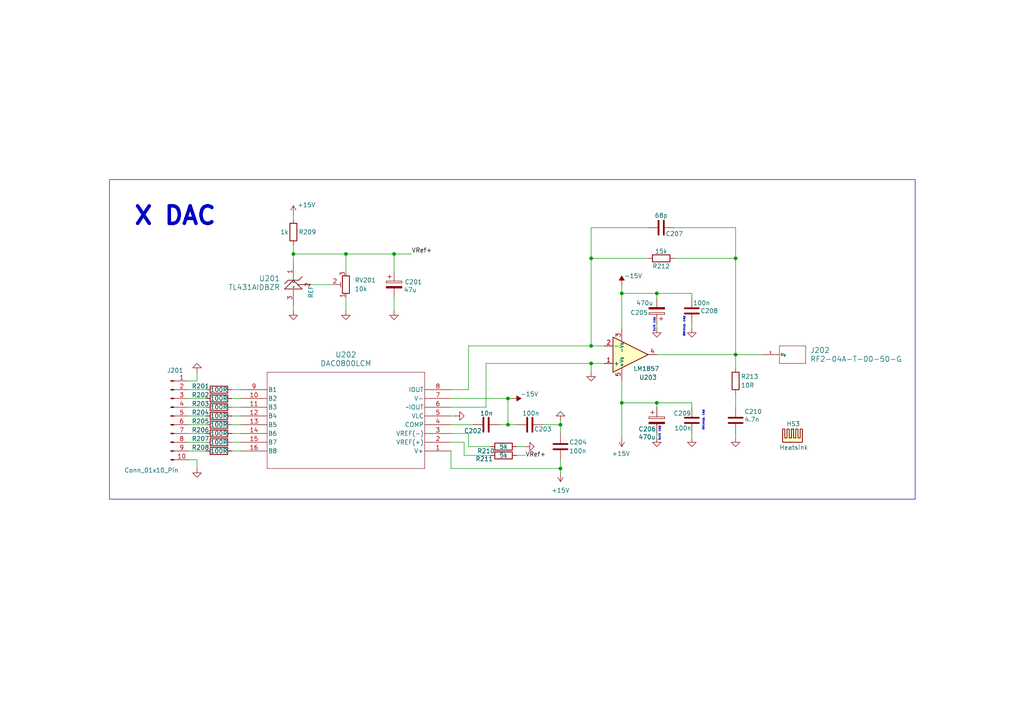
<source format=kicad_sch>
(kicad_sch
	(version 20231120)
	(generator "eeschema")
	(generator_version "8.0")
	(uuid "37a20272-0b92-453a-8509-bf433aea3832")
	(paper "A4")
	(lib_symbols
		(symbol "Amplifier_Audio:TDA2050"
			(pin_names
				(offset 0.127)
			)
			(exclude_from_sim no)
			(in_bom yes)
			(on_board yes)
			(property "Reference" "U"
				(at 3.81 6.35 0)
				(effects
					(font
						(size 1.27 1.27)
					)
				)
			)
			(property "Value" "TDA2050"
				(at 3.81 3.81 0)
				(effects
					(font
						(size 1.27 1.27)
					)
				)
			)
			(property "Footprint" "Package_TO_SOT_THT:TO-220-5_P3.4x3.7mm_StaggerOdd_Lead3.8mm_Vertical"
				(at 0 0 0)
				(effects
					(font
						(size 1.27 1.27)
						(italic yes)
					)
					(hide yes)
				)
			)
			(property "Datasheet" "http://www.st.com/resource/en/datasheet/cd00000131.pdf"
				(at 0 0 0)
				(effects
					(font
						(size 1.27 1.27)
					)
					(hide yes)
				)
			)
			(property "Description" "32W Hi-Fi Audio Amplifier, TO-220-5"
				(at 0 0 0)
				(effects
					(font
						(size 1.27 1.27)
					)
					(hide yes)
				)
			)
			(property "ki_keywords" "audio amplifier"
				(at 0 0 0)
				(effects
					(font
						(size 1.27 1.27)
					)
					(hide yes)
				)
			)
			(property "ki_fp_filters" "TO*220*StaggerOdd*"
				(at 0 0 0)
				(effects
					(font
						(size 1.27 1.27)
					)
					(hide yes)
				)
			)
			(symbol "TDA2050_0_1"
				(polyline
					(pts
						(xy -5.08 5.08) (xy 5.08 0) (xy -5.08 -5.08) (xy -5.08 5.08)
					)
					(stroke
						(width 0.254)
						(type default)
					)
					(fill
						(type background)
					)
				)
			)
			(symbol "TDA2050_1_1"
				(pin input line
					(at -7.62 2.54 0)
					(length 2.54)
					(name "+"
						(effects
							(font
								(size 1.27 1.27)
							)
						)
					)
					(number "1"
						(effects
							(font
								(size 1.27 1.27)
							)
						)
					)
				)
				(pin input line
					(at -7.62 -2.54 0)
					(length 2.54)
					(name "-"
						(effects
							(font
								(size 1.27 1.27)
							)
						)
					)
					(number "2"
						(effects
							(font
								(size 1.27 1.27)
							)
						)
					)
				)
				(pin power_in line
					(at -2.54 -7.62 90)
					(length 3.81)
					(name "-Vs"
						(effects
							(font
								(size 1.016 1.016)
							)
						)
					)
					(number "3"
						(effects
							(font
								(size 1.27 1.27)
							)
						)
					)
				)
				(pin output line
					(at 7.62 0 180)
					(length 2.54)
					(name "~"
						(effects
							(font
								(size 1.27 1.27)
							)
						)
					)
					(number "4"
						(effects
							(font
								(size 1.27 1.27)
							)
						)
					)
				)
				(pin power_in line
					(at -2.54 7.62 270)
					(length 3.81)
					(name "+Vs"
						(effects
							(font
								(size 1.016 1.016)
							)
						)
					)
					(number "5"
						(effects
							(font
								(size 1.27 1.27)
							)
						)
					)
				)
			)
		)
		(symbol "Connector:Conn_01x10_Pin"
			(pin_names
				(offset 1.016) hide)
			(exclude_from_sim no)
			(in_bom yes)
			(on_board yes)
			(property "Reference" "J"
				(at 0 12.7 0)
				(effects
					(font
						(size 1.27 1.27)
					)
				)
			)
			(property "Value" "Conn_01x10_Pin"
				(at 0 -15.24 0)
				(effects
					(font
						(size 1.27 1.27)
					)
				)
			)
			(property "Footprint" ""
				(at 0 0 0)
				(effects
					(font
						(size 1.27 1.27)
					)
					(hide yes)
				)
			)
			(property "Datasheet" "~"
				(at 0 0 0)
				(effects
					(font
						(size 1.27 1.27)
					)
					(hide yes)
				)
			)
			(property "Description" "Generic connector, single row, 01x10, script generated"
				(at 0 0 0)
				(effects
					(font
						(size 1.27 1.27)
					)
					(hide yes)
				)
			)
			(property "ki_locked" ""
				(at 0 0 0)
				(effects
					(font
						(size 1.27 1.27)
					)
				)
			)
			(property "ki_keywords" "connector"
				(at 0 0 0)
				(effects
					(font
						(size 1.27 1.27)
					)
					(hide yes)
				)
			)
			(property "ki_fp_filters" "Connector*:*_1x??_*"
				(at 0 0 0)
				(effects
					(font
						(size 1.27 1.27)
					)
					(hide yes)
				)
			)
			(symbol "Conn_01x10_Pin_1_1"
				(polyline
					(pts
						(xy 1.27 -12.7) (xy 0.8636 -12.7)
					)
					(stroke
						(width 0.1524)
						(type default)
					)
					(fill
						(type none)
					)
				)
				(polyline
					(pts
						(xy 1.27 -10.16) (xy 0.8636 -10.16)
					)
					(stroke
						(width 0.1524)
						(type default)
					)
					(fill
						(type none)
					)
				)
				(polyline
					(pts
						(xy 1.27 -7.62) (xy 0.8636 -7.62)
					)
					(stroke
						(width 0.1524)
						(type default)
					)
					(fill
						(type none)
					)
				)
				(polyline
					(pts
						(xy 1.27 -5.08) (xy 0.8636 -5.08)
					)
					(stroke
						(width 0.1524)
						(type default)
					)
					(fill
						(type none)
					)
				)
				(polyline
					(pts
						(xy 1.27 -2.54) (xy 0.8636 -2.54)
					)
					(stroke
						(width 0.1524)
						(type default)
					)
					(fill
						(type none)
					)
				)
				(polyline
					(pts
						(xy 1.27 0) (xy 0.8636 0)
					)
					(stroke
						(width 0.1524)
						(type default)
					)
					(fill
						(type none)
					)
				)
				(polyline
					(pts
						(xy 1.27 2.54) (xy 0.8636 2.54)
					)
					(stroke
						(width 0.1524)
						(type default)
					)
					(fill
						(type none)
					)
				)
				(polyline
					(pts
						(xy 1.27 5.08) (xy 0.8636 5.08)
					)
					(stroke
						(width 0.1524)
						(type default)
					)
					(fill
						(type none)
					)
				)
				(polyline
					(pts
						(xy 1.27 7.62) (xy 0.8636 7.62)
					)
					(stroke
						(width 0.1524)
						(type default)
					)
					(fill
						(type none)
					)
				)
				(polyline
					(pts
						(xy 1.27 10.16) (xy 0.8636 10.16)
					)
					(stroke
						(width 0.1524)
						(type default)
					)
					(fill
						(type none)
					)
				)
				(rectangle
					(start 0.8636 -12.573)
					(end 0 -12.827)
					(stroke
						(width 0.1524)
						(type default)
					)
					(fill
						(type outline)
					)
				)
				(rectangle
					(start 0.8636 -10.033)
					(end 0 -10.287)
					(stroke
						(width 0.1524)
						(type default)
					)
					(fill
						(type outline)
					)
				)
				(rectangle
					(start 0.8636 -7.493)
					(end 0 -7.747)
					(stroke
						(width 0.1524)
						(type default)
					)
					(fill
						(type outline)
					)
				)
				(rectangle
					(start 0.8636 -4.953)
					(end 0 -5.207)
					(stroke
						(width 0.1524)
						(type default)
					)
					(fill
						(type outline)
					)
				)
				(rectangle
					(start 0.8636 -2.413)
					(end 0 -2.667)
					(stroke
						(width 0.1524)
						(type default)
					)
					(fill
						(type outline)
					)
				)
				(rectangle
					(start 0.8636 0.127)
					(end 0 -0.127)
					(stroke
						(width 0.1524)
						(type default)
					)
					(fill
						(type outline)
					)
				)
				(rectangle
					(start 0.8636 2.667)
					(end 0 2.413)
					(stroke
						(width 0.1524)
						(type default)
					)
					(fill
						(type outline)
					)
				)
				(rectangle
					(start 0.8636 5.207)
					(end 0 4.953)
					(stroke
						(width 0.1524)
						(type default)
					)
					(fill
						(type outline)
					)
				)
				(rectangle
					(start 0.8636 7.747)
					(end 0 7.493)
					(stroke
						(width 0.1524)
						(type default)
					)
					(fill
						(type outline)
					)
				)
				(rectangle
					(start 0.8636 10.287)
					(end 0 10.033)
					(stroke
						(width 0.1524)
						(type default)
					)
					(fill
						(type outline)
					)
				)
				(pin passive line
					(at 5.08 10.16 180)
					(length 3.81)
					(name "Pin_1"
						(effects
							(font
								(size 1.27 1.27)
							)
						)
					)
					(number "1"
						(effects
							(font
								(size 1.27 1.27)
							)
						)
					)
				)
				(pin passive line
					(at 5.08 -12.7 180)
					(length 3.81)
					(name "Pin_10"
						(effects
							(font
								(size 1.27 1.27)
							)
						)
					)
					(number "10"
						(effects
							(font
								(size 1.27 1.27)
							)
						)
					)
				)
				(pin passive line
					(at 5.08 7.62 180)
					(length 3.81)
					(name "Pin_2"
						(effects
							(font
								(size 1.27 1.27)
							)
						)
					)
					(number "2"
						(effects
							(font
								(size 1.27 1.27)
							)
						)
					)
				)
				(pin passive line
					(at 5.08 5.08 180)
					(length 3.81)
					(name "Pin_3"
						(effects
							(font
								(size 1.27 1.27)
							)
						)
					)
					(number "3"
						(effects
							(font
								(size 1.27 1.27)
							)
						)
					)
				)
				(pin passive line
					(at 5.08 2.54 180)
					(length 3.81)
					(name "Pin_4"
						(effects
							(font
								(size 1.27 1.27)
							)
						)
					)
					(number "4"
						(effects
							(font
								(size 1.27 1.27)
							)
						)
					)
				)
				(pin passive line
					(at 5.08 0 180)
					(length 3.81)
					(name "Pin_5"
						(effects
							(font
								(size 1.27 1.27)
							)
						)
					)
					(number "5"
						(effects
							(font
								(size 1.27 1.27)
							)
						)
					)
				)
				(pin passive line
					(at 5.08 -2.54 180)
					(length 3.81)
					(name "Pin_6"
						(effects
							(font
								(size 1.27 1.27)
							)
						)
					)
					(number "6"
						(effects
							(font
								(size 1.27 1.27)
							)
						)
					)
				)
				(pin passive line
					(at 5.08 -5.08 180)
					(length 3.81)
					(name "Pin_7"
						(effects
							(font
								(size 1.27 1.27)
							)
						)
					)
					(number "7"
						(effects
							(font
								(size 1.27 1.27)
							)
						)
					)
				)
				(pin passive line
					(at 5.08 -7.62 180)
					(length 3.81)
					(name "Pin_8"
						(effects
							(font
								(size 1.27 1.27)
							)
						)
					)
					(number "8"
						(effects
							(font
								(size 1.27 1.27)
							)
						)
					)
				)
				(pin passive line
					(at 5.08 -10.16 180)
					(length 3.81)
					(name "Pin_9"
						(effects
							(font
								(size 1.27 1.27)
							)
						)
					)
					(number "9"
						(effects
							(font
								(size 1.27 1.27)
							)
						)
					)
				)
			)
		)
		(symbol "DAC0800LCM_SMT:DAC0800LCM"
			(pin_names
				(offset 0.254)
			)
			(exclude_from_sim no)
			(in_bom yes)
			(on_board yes)
			(property "Reference" "U"
				(at 30.48 10.16 0)
				(effects
					(font
						(size 1.524 1.524)
					)
				)
			)
			(property "Value" "DAC0800LCM"
				(at 30.48 7.62 0)
				(effects
					(font
						(size 1.524 1.524)
					)
				)
			)
			(property "Footprint" "M16A_TEX"
				(at 0 0 0)
				(effects
					(font
						(size 1.27 1.27)
						(italic yes)
					)
					(hide yes)
				)
			)
			(property "Datasheet" "DAC0800LCM"
				(at 0 0 0)
				(effects
					(font
						(size 1.27 1.27)
						(italic yes)
					)
					(hide yes)
				)
			)
			(property "Description" ""
				(at 0 0 0)
				(effects
					(font
						(size 1.27 1.27)
					)
					(hide yes)
				)
			)
			(property "ki_locked" ""
				(at 0 0 0)
				(effects
					(font
						(size 1.27 1.27)
					)
				)
			)
			(property "ki_keywords" "DAC0800LCM"
				(at 0 0 0)
				(effects
					(font
						(size 1.27 1.27)
					)
					(hide yes)
				)
			)
			(property "ki_fp_filters" "M16A_TEX M16A_TEX-M M16A_TEX-L"
				(at 0 0 0)
				(effects
					(font
						(size 1.27 1.27)
					)
					(hide yes)
				)
			)
			(symbol "DAC0800LCM_0_1"
				(polyline
					(pts
						(xy 7.62 -22.86) (xy 53.34 -22.86)
					)
					(stroke
						(width 0.127)
						(type default)
					)
					(fill
						(type none)
					)
				)
				(polyline
					(pts
						(xy 7.62 5.08) (xy 7.62 -22.86)
					)
					(stroke
						(width 0.127)
						(type default)
					)
					(fill
						(type none)
					)
				)
				(polyline
					(pts
						(xy 53.34 -22.86) (xy 53.34 5.08)
					)
					(stroke
						(width 0.127)
						(type default)
					)
					(fill
						(type none)
					)
				)
				(polyline
					(pts
						(xy 53.34 5.08) (xy 7.62 5.08)
					)
					(stroke
						(width 0.127)
						(type default)
					)
					(fill
						(type none)
					)
				)
				(pin power_in line
					(at 0 0 0)
					(length 7.62)
					(name "V+"
						(effects
							(font
								(size 1.27 1.27)
							)
						)
					)
					(number "1"
						(effects
							(font
								(size 1.27 1.27)
							)
						)
					)
				)
				(pin input line
					(at 60.96 -15.24 180)
					(length 7.62)
					(name "B2"
						(effects
							(font
								(size 1.27 1.27)
							)
						)
					)
					(number "10"
						(effects
							(font
								(size 1.27 1.27)
							)
						)
					)
				)
				(pin input line
					(at 60.96 -12.7 180)
					(length 7.62)
					(name "B3"
						(effects
							(font
								(size 1.27 1.27)
							)
						)
					)
					(number "11"
						(effects
							(font
								(size 1.27 1.27)
							)
						)
					)
				)
				(pin input line
					(at 60.96 -10.16 180)
					(length 7.62)
					(name "B4"
						(effects
							(font
								(size 1.27 1.27)
							)
						)
					)
					(number "12"
						(effects
							(font
								(size 1.27 1.27)
							)
						)
					)
				)
				(pin input line
					(at 60.96 -7.62 180)
					(length 7.62)
					(name "B5"
						(effects
							(font
								(size 1.27 1.27)
							)
						)
					)
					(number "13"
						(effects
							(font
								(size 1.27 1.27)
							)
						)
					)
				)
				(pin input line
					(at 60.96 -5.08 180)
					(length 7.62)
					(name "B6"
						(effects
							(font
								(size 1.27 1.27)
							)
						)
					)
					(number "14"
						(effects
							(font
								(size 1.27 1.27)
							)
						)
					)
				)
				(pin input line
					(at 60.96 -2.54 180)
					(length 7.62)
					(name "B7"
						(effects
							(font
								(size 1.27 1.27)
							)
						)
					)
					(number "15"
						(effects
							(font
								(size 1.27 1.27)
							)
						)
					)
				)
				(pin input line
					(at 60.96 0 180)
					(length 7.62)
					(name "B8"
						(effects
							(font
								(size 1.27 1.27)
							)
						)
					)
					(number "16"
						(effects
							(font
								(size 1.27 1.27)
							)
						)
					)
				)
				(pin input line
					(at 0 -2.54 0)
					(length 7.62)
					(name "VREF(+)"
						(effects
							(font
								(size 1.27 1.27)
							)
						)
					)
					(number "2"
						(effects
							(font
								(size 1.27 1.27)
							)
						)
					)
				)
				(pin input line
					(at 0 -5.08 0)
					(length 7.62)
					(name "VREF(-)"
						(effects
							(font
								(size 1.27 1.27)
							)
						)
					)
					(number "3"
						(effects
							(font
								(size 1.27 1.27)
							)
						)
					)
				)
				(pin passive line
					(at 0 -7.62 0)
					(length 7.62)
					(name "COMP"
						(effects
							(font
								(size 1.27 1.27)
							)
						)
					)
					(number "4"
						(effects
							(font
								(size 1.27 1.27)
							)
						)
					)
				)
				(pin input line
					(at 0 -10.16 0)
					(length 7.62)
					(name "VLC"
						(effects
							(font
								(size 1.27 1.27)
							)
						)
					)
					(number "5"
						(effects
							(font
								(size 1.27 1.27)
							)
						)
					)
				)
				(pin output line
					(at 0 -12.7 0)
					(length 7.62)
					(name "~IOUT"
						(effects
							(font
								(size 1.27 1.27)
							)
						)
					)
					(number "6"
						(effects
							(font
								(size 1.27 1.27)
							)
						)
					)
				)
				(pin power_in line
					(at 0 -15.24 0)
					(length 7.62)
					(name "V-"
						(effects
							(font
								(size 1.27 1.27)
							)
						)
					)
					(number "7"
						(effects
							(font
								(size 1.27 1.27)
							)
						)
					)
				)
				(pin output line
					(at 0 -17.78 0)
					(length 7.62)
					(name "IOUT"
						(effects
							(font
								(size 1.27 1.27)
							)
						)
					)
					(number "8"
						(effects
							(font
								(size 1.27 1.27)
							)
						)
					)
				)
				(pin input line
					(at 60.96 -17.78 180)
					(length 7.62)
					(name "B1"
						(effects
							(font
								(size 1.27 1.27)
							)
						)
					)
					(number "9"
						(effects
							(font
								(size 1.27 1.27)
							)
						)
					)
				)
			)
		)
		(symbol "Device:C"
			(pin_numbers hide)
			(pin_names
				(offset 0.254)
			)
			(exclude_from_sim no)
			(in_bom yes)
			(on_board yes)
			(property "Reference" "C"
				(at 0.635 2.54 0)
				(effects
					(font
						(size 1.27 1.27)
					)
					(justify left)
				)
			)
			(property "Value" "C"
				(at 0.635 -2.54 0)
				(effects
					(font
						(size 1.27 1.27)
					)
					(justify left)
				)
			)
			(property "Footprint" ""
				(at 0.9652 -3.81 0)
				(effects
					(font
						(size 1.27 1.27)
					)
					(hide yes)
				)
			)
			(property "Datasheet" "~"
				(at 0 0 0)
				(effects
					(font
						(size 1.27 1.27)
					)
					(hide yes)
				)
			)
			(property "Description" "Unpolarized capacitor"
				(at 0 0 0)
				(effects
					(font
						(size 1.27 1.27)
					)
					(hide yes)
				)
			)
			(property "ki_keywords" "cap capacitor"
				(at 0 0 0)
				(effects
					(font
						(size 1.27 1.27)
					)
					(hide yes)
				)
			)
			(property "ki_fp_filters" "C_*"
				(at 0 0 0)
				(effects
					(font
						(size 1.27 1.27)
					)
					(hide yes)
				)
			)
			(symbol "C_0_1"
				(polyline
					(pts
						(xy -2.032 -0.762) (xy 2.032 -0.762)
					)
					(stroke
						(width 0.508)
						(type default)
					)
					(fill
						(type none)
					)
				)
				(polyline
					(pts
						(xy -2.032 0.762) (xy 2.032 0.762)
					)
					(stroke
						(width 0.508)
						(type default)
					)
					(fill
						(type none)
					)
				)
			)
			(symbol "C_1_1"
				(pin passive line
					(at 0 3.81 270)
					(length 2.794)
					(name "~"
						(effects
							(font
								(size 1.27 1.27)
							)
						)
					)
					(number "1"
						(effects
							(font
								(size 1.27 1.27)
							)
						)
					)
				)
				(pin passive line
					(at 0 -3.81 90)
					(length 2.794)
					(name "~"
						(effects
							(font
								(size 1.27 1.27)
							)
						)
					)
					(number "2"
						(effects
							(font
								(size 1.27 1.27)
							)
						)
					)
				)
			)
		)
		(symbol "Device:C_Polarized"
			(pin_numbers hide)
			(pin_names
				(offset 0.254)
			)
			(exclude_from_sim no)
			(in_bom yes)
			(on_board yes)
			(property "Reference" "C"
				(at 0.635 2.54 0)
				(effects
					(font
						(size 1.27 1.27)
					)
					(justify left)
				)
			)
			(property "Value" "C_Polarized"
				(at 0.635 -2.54 0)
				(effects
					(font
						(size 1.27 1.27)
					)
					(justify left)
				)
			)
			(property "Footprint" ""
				(at 0.9652 -3.81 0)
				(effects
					(font
						(size 1.27 1.27)
					)
					(hide yes)
				)
			)
			(property "Datasheet" "~"
				(at 0 0 0)
				(effects
					(font
						(size 1.27 1.27)
					)
					(hide yes)
				)
			)
			(property "Description" "Polarized capacitor"
				(at 0 0 0)
				(effects
					(font
						(size 1.27 1.27)
					)
					(hide yes)
				)
			)
			(property "ki_keywords" "cap capacitor"
				(at 0 0 0)
				(effects
					(font
						(size 1.27 1.27)
					)
					(hide yes)
				)
			)
			(property "ki_fp_filters" "CP_*"
				(at 0 0 0)
				(effects
					(font
						(size 1.27 1.27)
					)
					(hide yes)
				)
			)
			(symbol "C_Polarized_0_1"
				(rectangle
					(start -2.286 0.508)
					(end 2.286 1.016)
					(stroke
						(width 0)
						(type default)
					)
					(fill
						(type none)
					)
				)
				(polyline
					(pts
						(xy -1.778 2.286) (xy -0.762 2.286)
					)
					(stroke
						(width 0)
						(type default)
					)
					(fill
						(type none)
					)
				)
				(polyline
					(pts
						(xy -1.27 2.794) (xy -1.27 1.778)
					)
					(stroke
						(width 0)
						(type default)
					)
					(fill
						(type none)
					)
				)
				(rectangle
					(start 2.286 -0.508)
					(end -2.286 -1.016)
					(stroke
						(width 0)
						(type default)
					)
					(fill
						(type outline)
					)
				)
			)
			(symbol "C_Polarized_1_1"
				(pin passive line
					(at 0 3.81 270)
					(length 2.794)
					(name "~"
						(effects
							(font
								(size 1.27 1.27)
							)
						)
					)
					(number "1"
						(effects
							(font
								(size 1.27 1.27)
							)
						)
					)
				)
				(pin passive line
					(at 0 -3.81 90)
					(length 2.794)
					(name "~"
						(effects
							(font
								(size 1.27 1.27)
							)
						)
					)
					(number "2"
						(effects
							(font
								(size 1.27 1.27)
							)
						)
					)
				)
			)
		)
		(symbol "Device:R"
			(pin_numbers hide)
			(pin_names
				(offset 0)
			)
			(exclude_from_sim no)
			(in_bom yes)
			(on_board yes)
			(property "Reference" "R"
				(at 2.032 0 90)
				(effects
					(font
						(size 1.27 1.27)
					)
				)
			)
			(property "Value" "R"
				(at 0 0 90)
				(effects
					(font
						(size 1.27 1.27)
					)
				)
			)
			(property "Footprint" ""
				(at -1.778 0 90)
				(effects
					(font
						(size 1.27 1.27)
					)
					(hide yes)
				)
			)
			(property "Datasheet" "~"
				(at 0 0 0)
				(effects
					(font
						(size 1.27 1.27)
					)
					(hide yes)
				)
			)
			(property "Description" "Resistor"
				(at 0 0 0)
				(effects
					(font
						(size 1.27 1.27)
					)
					(hide yes)
				)
			)
			(property "ki_keywords" "R res resistor"
				(at 0 0 0)
				(effects
					(font
						(size 1.27 1.27)
					)
					(hide yes)
				)
			)
			(property "ki_fp_filters" "R_*"
				(at 0 0 0)
				(effects
					(font
						(size 1.27 1.27)
					)
					(hide yes)
				)
			)
			(symbol "R_0_1"
				(rectangle
					(start -1.016 -2.54)
					(end 1.016 2.54)
					(stroke
						(width 0.254)
						(type default)
					)
					(fill
						(type none)
					)
				)
			)
			(symbol "R_1_1"
				(pin passive line
					(at 0 3.81 270)
					(length 1.27)
					(name "~"
						(effects
							(font
								(size 1.27 1.27)
							)
						)
					)
					(number "1"
						(effects
							(font
								(size 1.27 1.27)
							)
						)
					)
				)
				(pin passive line
					(at 0 -3.81 90)
					(length 1.27)
					(name "~"
						(effects
							(font
								(size 1.27 1.27)
							)
						)
					)
					(number "2"
						(effects
							(font
								(size 1.27 1.27)
							)
						)
					)
				)
			)
		)
		(symbol "Device:R_Potentiometer_Trim"
			(pin_names
				(offset 1.016) hide)
			(exclude_from_sim no)
			(in_bom yes)
			(on_board yes)
			(property "Reference" "RV"
				(at -4.445 0 90)
				(effects
					(font
						(size 1.27 1.27)
					)
				)
			)
			(property "Value" "R_Potentiometer_Trim"
				(at -2.54 0 90)
				(effects
					(font
						(size 1.27 1.27)
					)
				)
			)
			(property "Footprint" ""
				(at 0 0 0)
				(effects
					(font
						(size 1.27 1.27)
					)
					(hide yes)
				)
			)
			(property "Datasheet" "~"
				(at 0 0 0)
				(effects
					(font
						(size 1.27 1.27)
					)
					(hide yes)
				)
			)
			(property "Description" "Trim-potentiometer"
				(at 0 0 0)
				(effects
					(font
						(size 1.27 1.27)
					)
					(hide yes)
				)
			)
			(property "ki_keywords" "resistor variable trimpot trimmer"
				(at 0 0 0)
				(effects
					(font
						(size 1.27 1.27)
					)
					(hide yes)
				)
			)
			(property "ki_fp_filters" "Potentiometer*"
				(at 0 0 0)
				(effects
					(font
						(size 1.27 1.27)
					)
					(hide yes)
				)
			)
			(symbol "R_Potentiometer_Trim_0_1"
				(polyline
					(pts
						(xy 1.524 0.762) (xy 1.524 -0.762)
					)
					(stroke
						(width 0)
						(type default)
					)
					(fill
						(type none)
					)
				)
				(polyline
					(pts
						(xy 2.54 0) (xy 1.524 0)
					)
					(stroke
						(width 0)
						(type default)
					)
					(fill
						(type none)
					)
				)
				(rectangle
					(start 1.016 2.54)
					(end -1.016 -2.54)
					(stroke
						(width 0.254)
						(type default)
					)
					(fill
						(type none)
					)
				)
			)
			(symbol "R_Potentiometer_Trim_1_1"
				(pin passive line
					(at 0 3.81 270)
					(length 1.27)
					(name "1"
						(effects
							(font
								(size 1.27 1.27)
							)
						)
					)
					(number "1"
						(effects
							(font
								(size 1.27 1.27)
							)
						)
					)
				)
				(pin passive line
					(at 3.81 0 180)
					(length 1.27)
					(name "2"
						(effects
							(font
								(size 1.27 1.27)
							)
						)
					)
					(number "2"
						(effects
							(font
								(size 1.27 1.27)
							)
						)
					)
				)
				(pin passive line
					(at 0 -3.81 90)
					(length 1.27)
					(name "3"
						(effects
							(font
								(size 1.27 1.27)
							)
						)
					)
					(number "3"
						(effects
							(font
								(size 1.27 1.27)
							)
						)
					)
				)
			)
		)
		(symbol "Mechanical:Heatsink"
			(pin_names
				(offset 1.016)
			)
			(exclude_from_sim yes)
			(in_bom yes)
			(on_board yes)
			(property "Reference" "HS"
				(at 0 5.08 0)
				(effects
					(font
						(size 1.27 1.27)
					)
				)
			)
			(property "Value" "Heatsink"
				(at 0 -1.27 0)
				(effects
					(font
						(size 1.27 1.27)
					)
				)
			)
			(property "Footprint" ""
				(at 0.3048 0 0)
				(effects
					(font
						(size 1.27 1.27)
					)
					(hide yes)
				)
			)
			(property "Datasheet" "~"
				(at 0.3048 0 0)
				(effects
					(font
						(size 1.27 1.27)
					)
					(hide yes)
				)
			)
			(property "Description" "Heatsink"
				(at 0 0 0)
				(effects
					(font
						(size 1.27 1.27)
					)
					(hide yes)
				)
			)
			(property "ki_keywords" "thermal heat temperature"
				(at 0 0 0)
				(effects
					(font
						(size 1.27 1.27)
					)
					(hide yes)
				)
			)
			(property "ki_fp_filters" "Heatsink_*"
				(at 0 0 0)
				(effects
					(font
						(size 1.27 1.27)
					)
					(hide yes)
				)
			)
			(symbol "Heatsink_0_1"
				(polyline
					(pts
						(xy -0.3302 1.27) (xy -0.9652 1.27) (xy -0.9652 3.81) (xy -1.6002 3.81) (xy -1.6002 1.27) (xy -2.2352 1.27)
						(xy -2.2352 3.81) (xy -2.8702 3.81) (xy -2.8702 0) (xy -0.9652 0)
					)
					(stroke
						(width 0.254)
						(type default)
					)
					(fill
						(type background)
					)
				)
				(polyline
					(pts
						(xy -0.3302 1.27) (xy -0.3302 3.81) (xy 0.3048 3.81) (xy 0.3048 1.27) (xy 0.9398 1.27) (xy 0.9398 3.81)
						(xy 1.5748 3.81) (xy 1.5748 1.27) (xy 2.2098 1.27) (xy 2.2098 3.81) (xy 2.8448 3.81) (xy 2.8448 0)
						(xy -0.9652 0)
					)
					(stroke
						(width 0.254)
						(type default)
					)
					(fill
						(type background)
					)
				)
			)
		)
		(symbol "SMA_Connector:RF2-04A-T-00-50-G"
			(pin_names
				(offset 0.254)
			)
			(exclude_from_sim no)
			(in_bom yes)
			(on_board yes)
			(property "Reference" "J"
				(at 8.89 6.35 0)
				(effects
					(font
						(size 1.524 1.524)
					)
				)
			)
			(property "Value" "RF2-04A-T-00-50-G"
				(at -10.668 -7.62 0)
				(effects
					(font
						(size 1.524 1.524)
					)
				)
			)
			(property "Footprint" "CONN_RF2-04A-T-00-50-G_ADM"
				(at 0.762 9.144 0)
				(effects
					(font
						(size 1.27 1.27)
						(italic yes)
					)
					(hide yes)
				)
			)
			(property "Datasheet" "RF2-04A-T-00-50-G"
				(at -7.62 -2.794 0)
				(effects
					(font
						(size 1.27 1.27)
						(italic yes)
					)
					(hide yes)
				)
			)
			(property "Description" ""
				(at 0 0 0)
				(effects
					(font
						(size 1.27 1.27)
					)
					(hide yes)
				)
			)
			(property "ki_locked" ""
				(at 0 0 0)
				(effects
					(font
						(size 1.27 1.27)
					)
				)
			)
			(property "ki_keywords" "RF2-04A-T-00-50-G"
				(at 0 0 0)
				(effects
					(font
						(size 1.27 1.27)
					)
					(hide yes)
				)
			)
			(property "ki_fp_filters" "CONN_RF2-04A-T-00-50-G_ADM"
				(at 0 0 0)
				(effects
					(font
						(size 1.27 1.27)
					)
					(hide yes)
				)
			)
			(symbol "RF2-04A-T-00-50-G_1_1"
				(polyline
					(pts
						(xy 5.08 -2.54) (xy 12.7 -2.54)
					)
					(stroke
						(width 0.127)
						(type default)
					)
					(fill
						(type none)
					)
				)
				(polyline
					(pts
						(xy 5.08 2.54) (xy 5.08 -2.54)
					)
					(stroke
						(width 0.127)
						(type default)
					)
					(fill
						(type none)
					)
				)
				(polyline
					(pts
						(xy 12.7 -2.54) (xy 12.7 2.54)
					)
					(stroke
						(width 0.127)
						(type default)
					)
					(fill
						(type none)
					)
				)
				(polyline
					(pts
						(xy 12.7 2.54) (xy 5.08 2.54)
					)
					(stroke
						(width 0.127)
						(type default)
					)
					(fill
						(type none)
					)
				)
				(pin unspecified line
					(at 0 0 0)
					(length 5.08)
					(name "Sig"
						(effects
							(font
								(size 0.635 0.635)
							)
						)
					)
					(number "1"
						(effects
							(font
								(size 0.635 0.635)
							)
						)
					)
				)
			)
			(symbol "RF2-04A-T-00-50-G_1_2"
				(polyline
					(pts
						(xy 5.08 -2.54) (xy 12.7 -2.54)
					)
					(stroke
						(width 0.127)
						(type default)
					)
					(fill
						(type none)
					)
				)
				(polyline
					(pts
						(xy 5.08 2.54) (xy 5.08 -2.54)
					)
					(stroke
						(width 0.127)
						(type default)
					)
					(fill
						(type none)
					)
				)
				(polyline
					(pts
						(xy 7.62 0) (xy 5.08 0)
					)
					(stroke
						(width 0.127)
						(type default)
					)
					(fill
						(type none)
					)
				)
				(polyline
					(pts
						(xy 7.62 0) (xy 8.89 -0.8467)
					)
					(stroke
						(width 0.127)
						(type default)
					)
					(fill
						(type none)
					)
				)
				(polyline
					(pts
						(xy 7.62 0) (xy 8.89 0.8467)
					)
					(stroke
						(width 0.127)
						(type default)
					)
					(fill
						(type none)
					)
				)
				(polyline
					(pts
						(xy 12.7 -2.54) (xy 12.7 2.54)
					)
					(stroke
						(width 0.127)
						(type default)
					)
					(fill
						(type none)
					)
				)
				(polyline
					(pts
						(xy 12.7 2.54) (xy 5.08 2.54)
					)
					(stroke
						(width 0.127)
						(type default)
					)
					(fill
						(type none)
					)
				)
				(pin unspecified line
					(at 0 0 0)
					(length 5.08)
					(name "1"
						(effects
							(font
								(size 1.27 1.27)
							)
						)
					)
					(number "1"
						(effects
							(font
								(size 1.27 1.27)
							)
						)
					)
				)
			)
		)
		(symbol "TL431AIDBZR_1"
			(pin_names
				(offset 0.254)
			)
			(exclude_from_sim no)
			(in_bom yes)
			(on_board yes)
			(property "Reference" "U4"
				(at 0.762 7.62 0)
				(effects
					(font
						(size 1.524 1.524)
					)
				)
			)
			(property "Value" "TL431AIDBZR"
				(at 0.762 5.08 0)
				(effects
					(font
						(size 1.524 1.524)
					)
				)
			)
			(property "Footprint" "DBZ0003A_N"
				(at -0.762 7.366 0)
				(effects
					(font
						(size 1.27 1.27)
						(italic yes)
					)
					(hide yes)
				)
			)
			(property "Datasheet" "TL431AIDBZR"
				(at -0.508 5.334 0)
				(effects
					(font
						(size 1.27 1.27)
						(italic yes)
					)
					(hide yes)
				)
			)
			(property "Description" ""
				(at 0 0 0)
				(effects
					(font
						(size 1.27 1.27)
					)
					(hide yes)
				)
			)
			(property "ki_locked" ""
				(at 0 0 0)
				(effects
					(font
						(size 1.27 1.27)
					)
				)
			)
			(property "ki_keywords" "TL431AIDBZR"
				(at 0 0 0)
				(effects
					(font
						(size 1.27 1.27)
					)
					(hide yes)
				)
			)
			(property "ki_fp_filters" "DBZ0003A_N DBZ0003A_M DBZ0003A_L"
				(at 0 0 0)
				(effects
					(font
						(size 1.27 1.27)
					)
					(hide yes)
				)
			)
			(symbol "TL431AIDBZR_1_0_1"
				(polyline
					(pts
						(xy -1.016 -2.54) (xy 0 -1.524)
					)
					(stroke
						(width 0.2032)
						(type default)
					)
					(fill
						(type none)
					)
				)
				(polyline
					(pts
						(xy 0 -1.524) (xy 0 1.524)
					)
					(stroke
						(width 0.2032)
						(type default)
					)
					(fill
						(type none)
					)
				)
				(polyline
					(pts
						(xy 0 0) (xy 2.54 2.54)
					)
					(stroke
						(width 0.2032)
						(type default)
					)
					(fill
						(type none)
					)
				)
				(polyline
					(pts
						(xy 0 1.524) (xy 1.016 2.54)
					)
					(stroke
						(width 0.2032)
						(type default)
					)
					(fill
						(type none)
					)
				)
				(polyline
					(pts
						(xy 1.27 -5.08) (xy 1.27 -1.27)
					)
					(stroke
						(width 0.2032)
						(type default)
					)
					(fill
						(type none)
					)
				)
				(polyline
					(pts
						(xy 2.54 -2.54) (xy 0 0)
					)
					(stroke
						(width 0.2032)
						(type default)
					)
					(fill
						(type none)
					)
				)
				(polyline
					(pts
						(xy 2.54 2.54) (xy 2.54 -2.54)
					)
					(stroke
						(width 0.2032)
						(type default)
					)
					(fill
						(type none)
					)
				)
			)
			(symbol "TL431AIDBZR_1_1_1"
				(pin unspecified line
					(at -5.08 0 0)
					(length 5.08)
					(name "c"
						(effects
							(font
								(size 0.508 0.508)
							)
						)
					)
					(number "1"
						(effects
							(font
								(size 1.27 1.27)
							)
						)
					)
				)
				(pin input line
					(at 1.27 -5.08 0)
					(length 0)
					(name "REF"
						(effects
							(font
								(size 1.27 1.27)
							)
						)
					)
					(number "2"
						(effects
							(font
								(size 1.27 1.27)
							)
						)
					)
				)
				(pin unspecified line
					(at 7.62 0 180)
					(length 5.08)
					(name "a"
						(effects
							(font
								(size 0.508 0.508)
							)
						)
					)
					(number "3"
						(effects
							(font
								(size 1.27 1.27)
							)
						)
					)
				)
			)
		)
		(symbol "power:+15V"
			(power)
			(pin_numbers hide)
			(pin_names
				(offset 0) hide)
			(exclude_from_sim no)
			(in_bom yes)
			(on_board yes)
			(property "Reference" "#PWR"
				(at 0 -3.81 0)
				(effects
					(font
						(size 1.27 1.27)
					)
					(hide yes)
				)
			)
			(property "Value" "+15V"
				(at 0 3.556 0)
				(effects
					(font
						(size 1.27 1.27)
					)
				)
			)
			(property "Footprint" ""
				(at 0 0 0)
				(effects
					(font
						(size 1.27 1.27)
					)
					(hide yes)
				)
			)
			(property "Datasheet" ""
				(at 0 0 0)
				(effects
					(font
						(size 1.27 1.27)
					)
					(hide yes)
				)
			)
			(property "Description" "Power symbol creates a global label with name \"+15V\""
				(at 0 0 0)
				(effects
					(font
						(size 1.27 1.27)
					)
					(hide yes)
				)
			)
			(property "ki_keywords" "global power"
				(at 0 0 0)
				(effects
					(font
						(size 1.27 1.27)
					)
					(hide yes)
				)
			)
			(symbol "+15V_0_1"
				(polyline
					(pts
						(xy -0.762 1.27) (xy 0 2.54)
					)
					(stroke
						(width 0)
						(type default)
					)
					(fill
						(type none)
					)
				)
				(polyline
					(pts
						(xy 0 0) (xy 0 2.54)
					)
					(stroke
						(width 0)
						(type default)
					)
					(fill
						(type none)
					)
				)
				(polyline
					(pts
						(xy 0 2.54) (xy 0.762 1.27)
					)
					(stroke
						(width 0)
						(type default)
					)
					(fill
						(type none)
					)
				)
			)
			(symbol "+15V_1_1"
				(pin power_in line
					(at 0 0 90)
					(length 0)
					(name "~"
						(effects
							(font
								(size 1.27 1.27)
							)
						)
					)
					(number "1"
						(effects
							(font
								(size 1.27 1.27)
							)
						)
					)
				)
			)
		)
		(symbol "power:-15V"
			(power)
			(pin_numbers hide)
			(pin_names
				(offset 0) hide)
			(exclude_from_sim no)
			(in_bom yes)
			(on_board yes)
			(property "Reference" "#PWR"
				(at 0 -3.81 0)
				(effects
					(font
						(size 1.27 1.27)
					)
					(hide yes)
				)
			)
			(property "Value" "-15V"
				(at 0 3.556 0)
				(effects
					(font
						(size 1.27 1.27)
					)
				)
			)
			(property "Footprint" ""
				(at 0 0 0)
				(effects
					(font
						(size 1.27 1.27)
					)
					(hide yes)
				)
			)
			(property "Datasheet" ""
				(at 0 0 0)
				(effects
					(font
						(size 1.27 1.27)
					)
					(hide yes)
				)
			)
			(property "Description" "Power symbol creates a global label with name \"-15V\""
				(at 0 0 0)
				(effects
					(font
						(size 1.27 1.27)
					)
					(hide yes)
				)
			)
			(property "ki_keywords" "global power"
				(at 0 0 0)
				(effects
					(font
						(size 1.27 1.27)
					)
					(hide yes)
				)
			)
			(symbol "-15V_0_0"
				(pin power_in line
					(at 0 0 90)
					(length 0)
					(name "~"
						(effects
							(font
								(size 1.27 1.27)
							)
						)
					)
					(number "1"
						(effects
							(font
								(size 1.27 1.27)
							)
						)
					)
				)
			)
			(symbol "-15V_0_1"
				(polyline
					(pts
						(xy 0 0) (xy 0 1.27) (xy 0.762 1.27) (xy 0 2.54) (xy -0.762 1.27) (xy 0 1.27)
					)
					(stroke
						(width 0)
						(type default)
					)
					(fill
						(type outline)
					)
				)
			)
		)
		(symbol "power:GND"
			(power)
			(pin_numbers hide)
			(pin_names
				(offset 0) hide)
			(exclude_from_sim no)
			(in_bom yes)
			(on_board yes)
			(property "Reference" "#PWR"
				(at 0 -6.35 0)
				(effects
					(font
						(size 1.27 1.27)
					)
					(hide yes)
				)
			)
			(property "Value" "GND"
				(at 0 -3.81 0)
				(effects
					(font
						(size 1.27 1.27)
					)
				)
			)
			(property "Footprint" ""
				(at 0 0 0)
				(effects
					(font
						(size 1.27 1.27)
					)
					(hide yes)
				)
			)
			(property "Datasheet" ""
				(at 0 0 0)
				(effects
					(font
						(size 1.27 1.27)
					)
					(hide yes)
				)
			)
			(property "Description" "Power symbol creates a global label with name \"GND\" , ground"
				(at 0 0 0)
				(effects
					(font
						(size 1.27 1.27)
					)
					(hide yes)
				)
			)
			(property "ki_keywords" "global power"
				(at 0 0 0)
				(effects
					(font
						(size 1.27 1.27)
					)
					(hide yes)
				)
			)
			(symbol "GND_0_1"
				(polyline
					(pts
						(xy 0 0) (xy 0 -1.27) (xy 1.27 -1.27) (xy 0 -2.54) (xy -1.27 -1.27) (xy 0 -1.27)
					)
					(stroke
						(width 0)
						(type default)
					)
					(fill
						(type none)
					)
				)
			)
			(symbol "GND_1_1"
				(pin power_in line
					(at 0 0 270)
					(length 0)
					(name "~"
						(effects
							(font
								(size 1.27 1.27)
							)
						)
					)
					(number "1"
						(effects
							(font
								(size 1.27 1.27)
							)
						)
					)
				)
			)
		)
	)
	(junction
		(at 85.09 73.66)
		(diameter 0)
		(color 0 0 0 0)
		(uuid "123d2ee7-0ca8-48e6-a334-c701b78f89d8")
	)
	(junction
		(at 147.32 123.19)
		(diameter 0)
		(color 0 0 0 0)
		(uuid "3d867d0f-5aba-4ceb-abeb-f9e44010d824")
	)
	(junction
		(at 147.32 115.57)
		(diameter 0)
		(color 0 0 0 0)
		(uuid "3e58e593-ab56-4424-a7c9-1e9f5e42139c")
	)
	(junction
		(at 171.45 74.93)
		(diameter 0)
		(color 0 0 0 0)
		(uuid "51c3bc73-9250-407a-abb1-25e316bc3247")
	)
	(junction
		(at 213.36 102.87)
		(diameter 0)
		(color 0 0 0 0)
		(uuid "52715291-a25a-47b2-82f5-b6a219497e45")
	)
	(junction
		(at 100.33 73.66)
		(diameter 0)
		(color 0 0 0 0)
		(uuid "5cad0640-dc34-463d-b92e-63469b817747")
	)
	(junction
		(at 171.45 105.41)
		(diameter 0)
		(color 0 0 0 0)
		(uuid "5e6d7295-c249-4195-91aa-d4e64cd2ab2a")
	)
	(junction
		(at 180.34 116.84)
		(diameter 0)
		(color 0 0 0 0)
		(uuid "77261e08-5ca6-40ab-ac7e-a25b72404412")
	)
	(junction
		(at 114.3 73.66)
		(diameter 0)
		(color 0 0 0 0)
		(uuid "7e88895b-5c1b-4453-a1a1-49d4a268f861")
	)
	(junction
		(at 190.5 85.09)
		(diameter 0)
		(color 0 0 0 0)
		(uuid "92714609-d375-44c6-a5e6-cfde2737030f")
	)
	(junction
		(at 190.5 116.84)
		(diameter 0)
		(color 0 0 0 0)
		(uuid "985141ec-7366-4da9-a914-8c9fdfdbb0b6")
	)
	(junction
		(at 180.34 85.09)
		(diameter 0)
		(color 0 0 0 0)
		(uuid "9ccb33a3-46fc-46c6-94aa-d35f95b4edc2")
	)
	(junction
		(at 171.45 100.33)
		(diameter 0)
		(color 0 0 0 0)
		(uuid "a73f2ac8-42a9-4bad-9fb7-2098f118416b")
	)
	(junction
		(at 162.56 135.89)
		(diameter 0)
		(color 0 0 0 0)
		(uuid "c2068c40-b960-4b96-b539-ba72d9f8522c")
	)
	(junction
		(at 162.56 123.19)
		(diameter 0)
		(color 0 0 0 0)
		(uuid "ed76cebb-82e8-492b-a0f7-f51c49f1ce29")
	)
	(junction
		(at 213.36 74.93)
		(diameter 0)
		(color 0 0 0 0)
		(uuid "f1ce54de-f156-4eba-b9df-edcd9d3d1445")
	)
	(wire
		(pts
			(xy 54.61 133.35) (xy 57.15 133.35)
		)
		(stroke
			(width 0)
			(type default)
		)
		(uuid "0314167e-ac55-4001-8665-37afbe1ddafe")
	)
	(wire
		(pts
			(xy 130.81 115.57) (xy 147.32 115.57)
		)
		(stroke
			(width 0)
			(type default)
		)
		(uuid "0345a272-16fc-4eef-bfa5-4d12546a6fe2")
	)
	(wire
		(pts
			(xy 57.15 135.89) (xy 57.15 133.35)
		)
		(stroke
			(width 0)
			(type default)
		)
		(uuid "03b8d322-8a63-4281-85c0-07f872cd24d6")
	)
	(wire
		(pts
			(xy 135.89 129.54) (xy 142.24 129.54)
		)
		(stroke
			(width 0)
			(type default)
		)
		(uuid "075ed7de-02f2-47d5-b684-0bbd92d2ee14")
	)
	(wire
		(pts
			(xy 100.33 73.66) (xy 114.3 73.66)
		)
		(stroke
			(width 0)
			(type default)
		)
		(uuid "08e3fa70-87ce-40a7-ad70-f191f03073ae")
	)
	(wire
		(pts
			(xy 195.58 66.04) (xy 213.36 66.04)
		)
		(stroke
			(width 0)
			(type default)
		)
		(uuid "11951471-9010-442b-a164-ac539123f119")
	)
	(wire
		(pts
			(xy 140.97 105.41) (xy 140.97 118.11)
		)
		(stroke
			(width 0)
			(type default)
		)
		(uuid "1399d5aa-25a0-4d7e-96de-02203d19ef3f")
	)
	(wire
		(pts
			(xy 85.09 73.66) (xy 100.33 73.66)
		)
		(stroke
			(width 0)
			(type default)
		)
		(uuid "17a88aaf-7162-41d7-9755-3cec6d6397a9")
	)
	(wire
		(pts
			(xy 100.33 73.66) (xy 100.33 78.74)
		)
		(stroke
			(width 0)
			(type default)
		)
		(uuid "1a3ae7f1-25a4-427f-8542-fda1694af35e")
	)
	(wire
		(pts
			(xy 190.5 102.87) (xy 213.36 102.87)
		)
		(stroke
			(width 0)
			(type default)
		)
		(uuid "1aeeb410-1bef-459d-a57d-26b6b3e2c9cb")
	)
	(wire
		(pts
			(xy 200.66 125.73) (xy 200.66 127)
		)
		(stroke
			(width 0)
			(type default)
		)
		(uuid "1d30ee6a-fd7f-4437-95a7-3a13001df105")
	)
	(wire
		(pts
			(xy 130.81 135.89) (xy 162.56 135.89)
		)
		(stroke
			(width 0)
			(type default)
		)
		(uuid "1d8a5bed-82d8-441d-9626-7bdb6d55de9a")
	)
	(wire
		(pts
			(xy 134.62 128.27) (xy 130.81 128.27)
		)
		(stroke
			(width 0)
			(type default)
		)
		(uuid "1e5daa9a-bbe1-41b3-9d0f-743c2b2428e1")
	)
	(wire
		(pts
			(xy 180.34 110.49) (xy 180.34 116.84)
		)
		(stroke
			(width 0)
			(type default)
		)
		(uuid "1f815dca-8050-4c39-b966-c8da802eafc8")
	)
	(wire
		(pts
			(xy 148.59 115.57) (xy 147.32 115.57)
		)
		(stroke
			(width 0)
			(type default)
		)
		(uuid "1fa53232-8fbd-4d4b-8aa2-6b4a6399d60b")
	)
	(wire
		(pts
			(xy 85.09 62.23) (xy 85.09 63.5)
		)
		(stroke
			(width 0)
			(type default)
		)
		(uuid "28ab8572-8113-4ce2-8b5e-525826cf1215")
	)
	(wire
		(pts
			(xy 213.36 74.93) (xy 195.58 74.93)
		)
		(stroke
			(width 0)
			(type default)
		)
		(uuid "2a9e25d5-54a7-451f-88c8-ccb5e262e04d")
	)
	(wire
		(pts
			(xy 67.31 123.19) (xy 69.85 123.19)
		)
		(stroke
			(width 0)
			(type default)
		)
		(uuid "31bc88ec-cbdb-4587-9453-7a116ec2d10d")
	)
	(wire
		(pts
			(xy 190.5 93.98) (xy 190.5 95.25)
		)
		(stroke
			(width 0)
			(type default)
		)
		(uuid "364f70ae-fb6d-4686-9167-4b7e8125dd2b")
	)
	(wire
		(pts
			(xy 180.34 116.84) (xy 180.34 127)
		)
		(stroke
			(width 0)
			(type default)
		)
		(uuid "399c720f-266e-4fd6-b1d9-098ab448956e")
	)
	(wire
		(pts
			(xy 213.36 118.11) (xy 213.36 114.3)
		)
		(stroke
			(width 0)
			(type default)
		)
		(uuid "3b70cc0c-a6ec-4299-a6cf-d8f1a20f0f50")
	)
	(wire
		(pts
			(xy 67.31 113.03) (xy 69.85 113.03)
		)
		(stroke
			(width 0)
			(type default)
		)
		(uuid "40f201b1-3780-48d9-8b63-1cecb73da57c")
	)
	(wire
		(pts
			(xy 180.34 85.09) (xy 180.34 95.25)
		)
		(stroke
			(width 0)
			(type default)
		)
		(uuid "42620801-31d8-4df9-a247-8c019b2039d5")
	)
	(wire
		(pts
			(xy 200.66 118.11) (xy 200.66 116.84)
		)
		(stroke
			(width 0)
			(type default)
		)
		(uuid "43df0a5d-1db8-4ebb-a64b-10af3a2098f2")
	)
	(wire
		(pts
			(xy 171.45 74.93) (xy 171.45 100.33)
		)
		(stroke
			(width 0)
			(type default)
		)
		(uuid "4dc844d3-8933-47db-874a-29d92845842b")
	)
	(wire
		(pts
			(xy 200.66 86.36) (xy 200.66 85.09)
		)
		(stroke
			(width 0)
			(type default)
		)
		(uuid "521dec9d-92b5-4b59-8a98-30628b151b04")
	)
	(wire
		(pts
			(xy 67.31 130.81) (xy 69.85 130.81)
		)
		(stroke
			(width 0)
			(type default)
		)
		(uuid "537bb0a5-ff98-40b0-b45e-79ff2538d40e")
	)
	(wire
		(pts
			(xy 54.61 125.73) (xy 59.69 125.73)
		)
		(stroke
			(width 0)
			(type default)
		)
		(uuid "5949c325-0f24-4ed4-ad86-8b31d967c6b7")
	)
	(wire
		(pts
			(xy 135.89 100.33) (xy 171.45 100.33)
		)
		(stroke
			(width 0)
			(type default)
		)
		(uuid "59c64e17-b690-4478-8d71-95884eab83be")
	)
	(wire
		(pts
			(xy 57.15 107.95) (xy 57.15 110.49)
		)
		(stroke
			(width 0)
			(type default)
		)
		(uuid "5a8d6ee1-ce5e-4490-b27c-fcaae495e163")
	)
	(wire
		(pts
			(xy 171.45 105.41) (xy 175.26 105.41)
		)
		(stroke
			(width 0)
			(type default)
		)
		(uuid "5afbb438-c359-45b1-9808-65dd454fc2fc")
	)
	(wire
		(pts
			(xy 130.81 130.81) (xy 130.81 135.89)
		)
		(stroke
			(width 0)
			(type default)
		)
		(uuid "5f6933ac-be73-4951-beda-30ce7d089f11")
	)
	(wire
		(pts
			(xy 54.61 113.03) (xy 59.69 113.03)
		)
		(stroke
			(width 0)
			(type default)
		)
		(uuid "614c3d75-ad9a-4c00-ac81-590a15faf0fb")
	)
	(wire
		(pts
			(xy 135.89 129.54) (xy 135.89 125.73)
		)
		(stroke
			(width 0)
			(type default)
		)
		(uuid "653385bd-3b3f-460e-b3c4-ff8d5e2ef7fe")
	)
	(wire
		(pts
			(xy 67.31 120.65) (xy 69.85 120.65)
		)
		(stroke
			(width 0)
			(type default)
		)
		(uuid "66fb92d0-6721-4e66-bab3-cce7603542ab")
	)
	(wire
		(pts
			(xy 190.5 116.84) (xy 200.66 116.84)
		)
		(stroke
			(width 0)
			(type default)
		)
		(uuid "6c903fa7-c74a-4eb3-a58c-f304218d2e94")
	)
	(wire
		(pts
			(xy 67.31 128.27) (xy 69.85 128.27)
		)
		(stroke
			(width 0)
			(type default)
		)
		(uuid "700e0a03-ae14-42cf-b547-6deea9fab412")
	)
	(wire
		(pts
			(xy 54.61 128.27) (xy 59.69 128.27)
		)
		(stroke
			(width 0)
			(type default)
		)
		(uuid "78a03b95-54a9-4b38-8be8-505cb92e0091")
	)
	(wire
		(pts
			(xy 200.66 93.98) (xy 200.66 95.25)
		)
		(stroke
			(width 0)
			(type default)
		)
		(uuid "79570e53-3565-4deb-b60e-b1f97d1e19ef")
	)
	(wire
		(pts
			(xy 213.36 102.87) (xy 213.36 106.68)
		)
		(stroke
			(width 0)
			(type default)
		)
		(uuid "7ce668d0-3580-44b0-af04-96dbbe07af28")
	)
	(wire
		(pts
			(xy 171.45 105.41) (xy 171.45 107.95)
		)
		(stroke
			(width 0)
			(type default)
		)
		(uuid "7d6a880b-50fc-4fc8-a3b0-055a9573cfa6")
	)
	(wire
		(pts
			(xy 90.17 82.55) (xy 96.52 82.55)
		)
		(stroke
			(width 0)
			(type default)
		)
		(uuid "7d848ccf-971a-4f5c-ac1d-be6a16fa711f")
	)
	(wire
		(pts
			(xy 144.78 123.19) (xy 147.32 123.19)
		)
		(stroke
			(width 0)
			(type default)
		)
		(uuid "7e44d6ba-f336-4ad2-a8f4-9a8b369248fb")
	)
	(wire
		(pts
			(xy 171.45 66.04) (xy 171.45 74.93)
		)
		(stroke
			(width 0)
			(type default)
		)
		(uuid "7f3652a1-0543-496c-8c2b-b72365cfd797")
	)
	(wire
		(pts
			(xy 213.36 66.04) (xy 213.36 74.93)
		)
		(stroke
			(width 0)
			(type default)
		)
		(uuid "80a9b43a-7017-4569-a890-2618935d4067")
	)
	(wire
		(pts
			(xy 54.61 115.57) (xy 59.69 115.57)
		)
		(stroke
			(width 0)
			(type default)
		)
		(uuid "84fb9206-a2a3-489e-85a4-9cca6dc52a61")
	)
	(wire
		(pts
			(xy 54.61 123.19) (xy 59.69 123.19)
		)
		(stroke
			(width 0)
			(type default)
		)
		(uuid "8634eda5-9539-493a-98d0-ffcc7f6814a0")
	)
	(wire
		(pts
			(xy 67.31 125.73) (xy 69.85 125.73)
		)
		(stroke
			(width 0)
			(type default)
		)
		(uuid "87691acb-ea12-477e-9519-ce7772fce001")
	)
	(wire
		(pts
			(xy 130.81 113.03) (xy 135.89 113.03)
		)
		(stroke
			(width 0)
			(type default)
		)
		(uuid "89da3eea-e7f3-40da-8c2e-72d34ec501ca")
	)
	(wire
		(pts
			(xy 180.34 116.84) (xy 190.5 116.84)
		)
		(stroke
			(width 0)
			(type default)
		)
		(uuid "8d59a72a-73da-42d9-b737-72289eac69cc")
	)
	(wire
		(pts
			(xy 134.62 132.08) (xy 142.24 132.08)
		)
		(stroke
			(width 0)
			(type default)
		)
		(uuid "98dfd84a-ebdb-4928-9e7a-3c0e9a1e68f6")
	)
	(wire
		(pts
			(xy 171.45 100.33) (xy 175.26 100.33)
		)
		(stroke
			(width 0)
			(type default)
		)
		(uuid "98e8034c-0263-4fa9-9647-5c9c2eca24ac")
	)
	(wire
		(pts
			(xy 67.31 118.11) (xy 69.85 118.11)
		)
		(stroke
			(width 0)
			(type default)
		)
		(uuid "99759a1e-7782-4f83-b01c-eec6abd0f43c")
	)
	(wire
		(pts
			(xy 85.09 71.12) (xy 85.09 73.66)
		)
		(stroke
			(width 0)
			(type default)
		)
		(uuid "9ba14643-4467-471f-9e00-066537d0567e")
	)
	(wire
		(pts
			(xy 190.5 125.73) (xy 190.5 127)
		)
		(stroke
			(width 0)
			(type default)
		)
		(uuid "a3a5766f-5ec9-4a83-9e08-55268f19d7e4")
	)
	(wire
		(pts
			(xy 140.97 105.41) (xy 171.45 105.41)
		)
		(stroke
			(width 0)
			(type default)
		)
		(uuid "a3cc880a-9cf6-49b3-b314-7801c87bc7b6")
	)
	(wire
		(pts
			(xy 54.61 120.65) (xy 59.69 120.65)
		)
		(stroke
			(width 0)
			(type default)
		)
		(uuid "a4ba7386-86c0-46b7-8a30-60fc3de1832a")
	)
	(wire
		(pts
			(xy 114.3 78.74) (xy 114.3 73.66)
		)
		(stroke
			(width 0)
			(type default)
		)
		(uuid "a547a359-9e94-48b8-b7da-4f25d327209f")
	)
	(wire
		(pts
			(xy 187.96 74.93) (xy 171.45 74.93)
		)
		(stroke
			(width 0)
			(type default)
		)
		(uuid "a551e3a4-80b5-431b-8b25-969100ee8eeb")
	)
	(wire
		(pts
			(xy 180.34 82.55) (xy 180.34 85.09)
		)
		(stroke
			(width 0)
			(type default)
		)
		(uuid "a5b33a29-6723-43a0-a090-fff513dd94a2")
	)
	(wire
		(pts
			(xy 149.86 129.54) (xy 152.4 129.54)
		)
		(stroke
			(width 0)
			(type default)
		)
		(uuid "a63fbf64-5ccc-4524-899a-3024571e6c4f")
	)
	(wire
		(pts
			(xy 157.48 123.19) (xy 162.56 123.19)
		)
		(stroke
			(width 0)
			(type default)
		)
		(uuid "a835e151-0ea5-4a39-8caa-d414676b7c5c")
	)
	(wire
		(pts
			(xy 162.56 135.89) (xy 162.56 137.16)
		)
		(stroke
			(width 0)
			(type default)
		)
		(uuid "a9139e4a-c062-4eb0-adb1-f7319b70b966")
	)
	(wire
		(pts
			(xy 213.36 102.87) (xy 220.98 102.87)
		)
		(stroke
			(width 0)
			(type default)
		)
		(uuid "ab119727-739a-45e5-836a-05771a7fda9f")
	)
	(wire
		(pts
			(xy 162.56 133.35) (xy 162.56 135.89)
		)
		(stroke
			(width 0)
			(type default)
		)
		(uuid "abb08cfa-2936-4bce-a612-aa804de458d2")
	)
	(wire
		(pts
			(xy 67.31 115.57) (xy 69.85 115.57)
		)
		(stroke
			(width 0)
			(type default)
		)
		(uuid "acdb75ce-3142-42a0-9222-fbc247837789")
	)
	(wire
		(pts
			(xy 190.5 118.11) (xy 190.5 116.84)
		)
		(stroke
			(width 0)
			(type default)
		)
		(uuid "bf8118c9-cdf6-4149-be65-1bb8b33eb07d")
	)
	(wire
		(pts
			(xy 213.36 125.73) (xy 213.36 127)
		)
		(stroke
			(width 0)
			(type default)
		)
		(uuid "bf856c02-1b5e-4cd6-bf39-78068ba4d469")
	)
	(wire
		(pts
			(xy 213.36 74.93) (xy 213.36 102.87)
		)
		(stroke
			(width 0)
			(type default)
		)
		(uuid "c0d52646-571a-46f3-89c2-fa6892dfa173")
	)
	(wire
		(pts
			(xy 190.5 85.09) (xy 200.66 85.09)
		)
		(stroke
			(width 0)
			(type default)
		)
		(uuid "c1f380e5-b36d-4864-8c37-a6a78a444881")
	)
	(wire
		(pts
			(xy 130.81 123.19) (xy 137.16 123.19)
		)
		(stroke
			(width 0)
			(type default)
		)
		(uuid "c34538ed-dee6-452e-a3fc-c72f7aef0e35")
	)
	(wire
		(pts
			(xy 114.3 73.66) (xy 119.38 73.66)
		)
		(stroke
			(width 0)
			(type default)
		)
		(uuid "c5b0b5be-d9a2-4550-8633-69483317d9dc")
	)
	(wire
		(pts
			(xy 130.81 118.11) (xy 140.97 118.11)
		)
		(stroke
			(width 0)
			(type default)
		)
		(uuid "c6ec370a-9b95-4da1-b6cf-038962392efa")
	)
	(wire
		(pts
			(xy 54.61 130.81) (xy 59.69 130.81)
		)
		(stroke
			(width 0)
			(type default)
		)
		(uuid "caf17afc-736f-451b-b403-4660270102a0")
	)
	(wire
		(pts
			(xy 114.3 86.36) (xy 114.3 90.17)
		)
		(stroke
			(width 0)
			(type default)
		)
		(uuid "ce5ebcfd-5187-4397-b3ec-b0030d102ccb")
	)
	(wire
		(pts
			(xy 130.81 120.65) (xy 132.08 120.65)
		)
		(stroke
			(width 0)
			(type default)
		)
		(uuid "d6724d30-4f20-4f6e-86d7-d5a881b88a52")
	)
	(wire
		(pts
			(xy 180.34 85.09) (xy 190.5 85.09)
		)
		(stroke
			(width 0)
			(type default)
		)
		(uuid "dbe4c6ad-b75d-4476-bc4b-e0ef46920998")
	)
	(wire
		(pts
			(xy 135.89 125.73) (xy 130.81 125.73)
		)
		(stroke
			(width 0)
			(type default)
		)
		(uuid "dd2f9e2a-ea2a-4507-bcc1-04ebe77c3c9e")
	)
	(wire
		(pts
			(xy 85.09 88.9) (xy 85.09 90.17)
		)
		(stroke
			(width 0)
			(type default)
		)
		(uuid "dd334797-3d4c-48ba-9645-e67728ef86f0")
	)
	(wire
		(pts
			(xy 147.32 123.19) (xy 149.86 123.19)
		)
		(stroke
			(width 0)
			(type default)
		)
		(uuid "dfc50415-2b27-4088-b30a-0823a1a1fd66")
	)
	(wire
		(pts
			(xy 135.89 113.03) (xy 135.89 100.33)
		)
		(stroke
			(width 0)
			(type default)
		)
		(uuid "e08081e8-359a-437d-9a5a-93be5436be50")
	)
	(wire
		(pts
			(xy 54.61 118.11) (xy 59.69 118.11)
		)
		(stroke
			(width 0)
			(type default)
		)
		(uuid "e338e9ba-eee7-441a-9f62-91760f4c4db3")
	)
	(wire
		(pts
			(xy 54.61 110.49) (xy 57.15 110.49)
		)
		(stroke
			(width 0)
			(type default)
		)
		(uuid "e88cd8d1-b624-4c50-b91c-f57341f60071")
	)
	(wire
		(pts
			(xy 162.56 121.92) (xy 162.56 123.19)
		)
		(stroke
			(width 0)
			(type default)
		)
		(uuid "e9629156-1ca8-4199-ae4e-01ea33e4142e")
	)
	(wire
		(pts
			(xy 190.5 86.36) (xy 190.5 85.09)
		)
		(stroke
			(width 0)
			(type default)
		)
		(uuid "ebd15d0b-3a12-4463-9692-c70774e14996")
	)
	(wire
		(pts
			(xy 147.32 115.57) (xy 147.32 123.19)
		)
		(stroke
			(width 0)
			(type default)
		)
		(uuid "ecb3573e-1504-497e-bfa0-c3ba6e73a51f")
	)
	(wire
		(pts
			(xy 85.09 73.66) (xy 85.09 76.2)
		)
		(stroke
			(width 0)
			(type default)
		)
		(uuid "ecf222fb-5f97-41e1-94bd-da0ddec08d89")
	)
	(wire
		(pts
			(xy 162.56 123.19) (xy 162.56 125.73)
		)
		(stroke
			(width 0)
			(type default)
		)
		(uuid "ef0c992e-b137-418e-9b46-1b66ec514ab1")
	)
	(wire
		(pts
			(xy 134.62 132.08) (xy 134.62 128.27)
		)
		(stroke
			(width 0)
			(type default)
		)
		(uuid "f33f7c1b-f428-4774-ad36-f9ac95c2d574")
	)
	(wire
		(pts
			(xy 100.33 86.36) (xy 100.33 90.17)
		)
		(stroke
			(width 0)
			(type default)
		)
		(uuid "f4c543a4-16cc-4edf-bd5f-4712336a8b14")
	)
	(wire
		(pts
			(xy 187.96 66.04) (xy 171.45 66.04)
		)
		(stroke
			(width 0)
			(type default)
		)
		(uuid "fc3197fe-9baa-4e3a-9a9a-a4c84d78bdaf")
	)
	(wire
		(pts
			(xy 149.86 132.08) (xy 152.4 132.08)
		)
		(stroke
			(width 0)
			(type default)
		)
		(uuid "fff163b4-f0e5-42f0-8e94-3ee0500fedd1")
	)
	(rectangle
		(start 31.75 52.07)
		(end 265.43 144.78)
		(stroke
			(width 0)
			(type default)
		)
		(fill
			(type none)
		)
		(uuid ed097869-9604-48bd-b20a-51eb6a05d011)
	)
	(text "decoup. cap"
		(exclude_from_sim no)
		(at 203.962 121.92 90)
		(effects
			(font
				(size 0.635 0.635)
			)
		)
		(uuid "06879034-b835-4772-9c6c-db4b9ec8f03c")
	)
	(text "decoup. cap"
		(exclude_from_sim no)
		(at 198.374 94.742 90)
		(effects
			(font
				(size 0.635 0.635)
			)
		)
		(uuid "2f98663d-c978-4e05-803a-2b0cd776050a")
	)
	(text "bulk cap"
		(exclude_from_sim no)
		(at 191.262 125.73 90)
		(effects
			(font
				(size 0.635 0.635)
			)
		)
		(uuid "43a0ad21-78f2-453a-9d55-69a39947d462")
	)
	(text "X DAC"
		(exclude_from_sim no)
		(at 50.8 62.738 0)
		(effects
			(font
				(size 5.08 5.08)
				(thickness 1.016)
				(bold yes)
			)
		)
		(uuid "86bfaa46-e004-49f6-862f-c3f3a5921e13")
	)
	(text "bulk cap"
		(exclude_from_sim no)
		(at 189.738 94.234 90)
		(effects
			(font
				(size 0.635 0.635)
			)
		)
		(uuid "c24e6f9a-4912-41c9-9c5a-510ed735a732")
	)
	(label "VRef+"
		(at 119.38 73.66 0)
		(fields_autoplaced yes)
		(effects
			(font
				(size 1.27 1.27)
			)
			(justify left bottom)
		)
		(uuid "685747f0-83c0-4419-aeb8-58aa2be5d2a6")
	)
	(label "VRef+"
		(at 152.4 132.08 0)
		(fields_autoplaced yes)
		(effects
			(font
				(size 1.27 1.27)
			)
			(justify left)
		)
		(uuid "cfbef09e-62f5-4eb2-b457-8ac197383ce4")
	)
	(symbol
		(lib_id "Device:C")
		(at 200.66 121.92 0)
		(unit 1)
		(exclude_from_sim no)
		(in_bom yes)
		(on_board yes)
		(dnp no)
		(uuid "045b0cab-443c-45ec-bc18-8d57f142108b")
		(property "Reference" "C209"
			(at 195.326 119.888 0)
			(effects
				(font
					(size 1.27 1.27)
				)
				(justify left)
			)
		)
		(property "Value" "100n"
			(at 195.58 124.206 0)
			(effects
				(font
					(size 1.27 1.27)
				)
				(justify left)
			)
		)
		(property "Footprint" "Capacitor_SMD:C_0805_2012Metric"
			(at 201.6252 125.73 0)
			(effects
				(font
					(size 1.27 1.27)
				)
				(hide yes)
			)
		)
		(property "Datasheet" "~"
			(at 200.66 121.92 0)
			(effects
				(font
					(size 1.27 1.27)
				)
				(hide yes)
			)
		)
		(property "Description" "Unpolarized capacitor"
			(at 200.66 121.92 0)
			(effects
				(font
					(size 1.27 1.27)
				)
				(hide yes)
			)
		)
		(property "Distributor Link" "https://www.digikey.ca/en/products/detail/kemet/C0805C104K5RAC7800/411169 "
			(at 200.66 121.92 0)
			(effects
				(font
					(size 1.27 1.27)
				)
				(hide yes)
			)
		)
		(property "Manufacturer" "KEMET "
			(at 200.66 121.92 0)
			(effects
				(font
					(size 1.27 1.27)
				)
				(hide yes)
			)
		)
		(property "Manufacturer Part" "C0805C104K5RACTU "
			(at 200.66 121.92 0)
			(effects
				(font
					(size 1.27 1.27)
				)
				(hide yes)
			)
		)
		(pin "1"
			(uuid "201a3b06-9514-46ef-9b6d-698d9005c007")
		)
		(pin "2"
			(uuid "4fdbb052-6dea-4659-b9e4-7e7c7c69bb24")
		)
		(instances
			(project "piezo_nanopositioner_v1"
				(path "/7b2a32d8-cc7d-471d-a8eb-eea62713ed45/d7b1beb2-d1b4-4fd6-841d-9655fbd1005d"
					(reference "C209")
					(unit 1)
				)
			)
		)
	)
	(symbol
		(lib_id "Device:R")
		(at 63.5 115.57 90)
		(unit 1)
		(exclude_from_sim no)
		(in_bom yes)
		(on_board yes)
		(dnp no)
		(uuid "16488ab6-aade-4c4e-986b-b77a0587f0c5")
		(property "Reference" "R202"
			(at 58.166 114.554 90)
			(effects
				(font
					(size 1.27 1.27)
				)
			)
		)
		(property "Value" "100R"
			(at 63.5 115.57 90)
			(effects
				(font
					(size 1.27 1.27)
				)
			)
		)
		(property "Footprint" "Resistor_SMD:R_0805_2012Metric"
			(at 63.5 117.348 90)
			(effects
				(font
					(size 1.27 1.27)
				)
				(hide yes)
			)
		)
		(property "Datasheet" "~"
			(at 63.5 115.57 0)
			(effects
				(font
					(size 1.27 1.27)
				)
				(hide yes)
			)
		)
		(property "Description" "Resistor"
			(at 63.5 115.57 0)
			(effects
				(font
					(size 1.27 1.27)
				)
				(hide yes)
			)
		)
		(property "Distributor Link" "https://www.digikey.ca/en/products/detail/vishay-dale/CRCW0805100RJNEC/5073580 "
			(at 63.5 115.57 0)
			(effects
				(font
					(size 1.27 1.27)
				)
				(hide yes)
			)
		)
		(property "Manufacturer" "Vishay Dale"
			(at 63.5 115.57 0)
			(effects
				(font
					(size 1.27 1.27)
				)
				(hide yes)
			)
		)
		(property "Manufacturer Part" "CRCW0805100RJNEC "
			(at 63.5 115.57 0)
			(effects
				(font
					(size 1.27 1.27)
				)
				(hide yes)
			)
		)
		(pin "1"
			(uuid "bf44312b-9146-4ae9-a6cc-7a0d6968f050")
		)
		(pin "2"
			(uuid "4b6ed7c4-8846-4411-b237-d6fc954ea93b")
		)
		(instances
			(project "piezo_nanopositioner_v1"
				(path "/7b2a32d8-cc7d-471d-a8eb-eea62713ed45/d7b1beb2-d1b4-4fd6-841d-9655fbd1005d"
					(reference "R202")
					(unit 1)
				)
			)
		)
	)
	(symbol
		(lib_id "Device:C_Polarized")
		(at 190.5 121.92 0)
		(unit 1)
		(exclude_from_sim no)
		(in_bom yes)
		(on_board yes)
		(dnp no)
		(uuid "17a11d52-a033-4416-9452-13e81cf452ca")
		(property "Reference" "C206"
			(at 185.166 124.46 0)
			(effects
				(font
					(size 1.27 1.27)
				)
				(justify left)
			)
		)
		(property "Value" "470u"
			(at 185.166 126.746 0)
			(effects
				(font
					(size 1.27 1.27)
				)
				(justify left)
			)
		)
		(property "Footprint" "Capacitor_THT:CAP_ZSU_G12_PAN"
			(at 191.4652 125.73 0)
			(effects
				(font
					(size 1.27 1.27)
				)
				(hide yes)
			)
		)
		(property "Datasheet" "~"
			(at 190.5 121.92 0)
			(effects
				(font
					(size 1.27 1.27)
				)
				(hide yes)
			)
		)
		(property "Description" "Polarized capacitor"
			(at 190.5 121.92 0)
			(effects
				(font
					(size 1.27 1.27)
				)
				(hide yes)
			)
		)
		(property "Distributor Link" "https://www.digikey.ca/en/products/detail/panasonic-electronic-components/EEH-ZS1E471P/12550087 "
			(at 190.5 121.92 0)
			(effects
				(font
					(size 1.27 1.27)
				)
				(hide yes)
			)
		)
		(property "Manufacturer" "Panasonic Electronic Components "
			(at 190.5 121.92 0)
			(effects
				(font
					(size 1.27 1.27)
				)
				(hide yes)
			)
		)
		(property "Manufacturer Part" "EEH-ZS1E471P "
			(at 190.5 121.92 0)
			(effects
				(font
					(size 1.27 1.27)
				)
				(hide yes)
			)
		)
		(pin "1"
			(uuid "5efe89f2-6d66-4e9b-9220-6eed536ebfc3")
		)
		(pin "2"
			(uuid "1bf32934-d537-4322-9959-317729bef10b")
		)
		(instances
			(project "piezo_nanopositioner_v1"
				(path "/7b2a32d8-cc7d-471d-a8eb-eea62713ed45/d7b1beb2-d1b4-4fd6-841d-9655fbd1005d"
					(reference "C206")
					(unit 1)
				)
			)
		)
	)
	(symbol
		(lib_id "DAC0800LCM_SMT:DAC0800LCM")
		(at 130.81 130.81 180)
		(unit 1)
		(exclude_from_sim no)
		(in_bom yes)
		(on_board yes)
		(dnp no)
		(fields_autoplaced yes)
		(uuid "21b2ccad-b699-487c-839d-1e0d9f1d0946")
		(property "Reference" "U202"
			(at 100.33 102.87 0)
			(effects
				(font
					(size 1.524 1.524)
				)
			)
		)
		(property "Value" "DAC0800LCM"
			(at 100.33 105.41 0)
			(effects
				(font
					(size 1.524 1.524)
				)
			)
		)
		(property "Footprint" "M16A_TEX"
			(at 130.81 130.81 0)
			(effects
				(font
					(size 1.27 1.27)
					(italic yes)
				)
				(hide yes)
			)
		)
		(property "Datasheet" "DAC0800LCM"
			(at 130.81 130.81 0)
			(effects
				(font
					(size 1.27 1.27)
					(italic yes)
				)
				(hide yes)
			)
		)
		(property "Description" ""
			(at 130.81 130.81 0)
			(effects
				(font
					(size 1.27 1.27)
				)
				(hide yes)
			)
		)
		(property "Distributor Link" "https://www.digikey.ca/en/products/detail/texas-instruments/DAC0800LCM-NOPB/182304 "
			(at 130.81 130.81 0)
			(effects
				(font
					(size 1.27 1.27)
				)
				(hide yes)
			)
		)
		(property "Manufacturer" "Texas Instruments "
			(at 130.81 130.81 0)
			(effects
				(font
					(size 1.27 1.27)
				)
				(hide yes)
			)
		)
		(property "Manufacturer Part" "DAC0800LCM/NOPB "
			(at 130.81 130.81 0)
			(effects
				(font
					(size 1.27 1.27)
				)
				(hide yes)
			)
		)
		(pin "1"
			(uuid "8621377f-e17d-4087-bc9d-f437cd3344ef")
		)
		(pin "4"
			(uuid "0ac0981c-670a-4d07-86aa-8ac46ff18fd0")
		)
		(pin "8"
			(uuid "7e897bf8-08a7-40a0-bb09-f7466070666b")
		)
		(pin "12"
			(uuid "2b078a14-3693-48cf-a429-7050519748a9")
		)
		(pin "14"
			(uuid "75afe54a-a631-459e-8d0e-a38882a25e89")
		)
		(pin "16"
			(uuid "8e211084-8e97-46af-a23b-e9a9d4f08c8e")
		)
		(pin "2"
			(uuid "73189538-0e9f-4b11-8343-ba053cb7b924")
		)
		(pin "10"
			(uuid "c9e6b00e-b3e4-4a60-8d3e-c03ee6d46d9b")
		)
		(pin "11"
			(uuid "083a6e2b-f094-4227-8725-4dc410afaf9b")
		)
		(pin "5"
			(uuid "6c44fbf5-3ee9-4569-a7ba-08dbec7791e9")
		)
		(pin "3"
			(uuid "0261b9b1-3773-4e0f-b0a0-73948d5966be")
		)
		(pin "15"
			(uuid "5664006f-bbd3-4a3a-854f-f4a901d3c38d")
		)
		(pin "13"
			(uuid "b913d36a-3bcb-4f90-a360-0e1fbeaeb388")
		)
		(pin "7"
			(uuid "c977ac3f-addb-4d11-b9e7-e53959203246")
		)
		(pin "6"
			(uuid "0cd9e08c-0c80-4562-984c-20f4202cc6d2")
		)
		(pin "9"
			(uuid "d5a7e72a-8eb0-4d58-a41e-491fbbdc0d5b")
		)
		(instances
			(project "piezo_nanopositioner_v1"
				(path "/7b2a32d8-cc7d-471d-a8eb-eea62713ed45/d7b1beb2-d1b4-4fd6-841d-9655fbd1005d"
					(reference "U202")
					(unit 1)
				)
			)
		)
	)
	(symbol
		(lib_id "power:-15V")
		(at 180.34 82.55 0)
		(unit 1)
		(exclude_from_sim no)
		(in_bom yes)
		(on_board yes)
		(dnp no)
		(uuid "2a2aa6ff-afb8-4153-80d9-feca0c854cbb")
		(property "Reference" "#PWR0213"
			(at 180.34 86.36 0)
			(effects
				(font
					(size 1.27 1.27)
				)
				(hide yes)
			)
		)
		(property "Value" "-15V"
			(at 183.642 80.01 0)
			(effects
				(font
					(size 1.27 1.27)
				)
			)
		)
		(property "Footprint" ""
			(at 180.34 82.55 0)
			(effects
				(font
					(size 1.27 1.27)
				)
				(hide yes)
			)
		)
		(property "Datasheet" ""
			(at 180.34 82.55 0)
			(effects
				(font
					(size 1.27 1.27)
				)
				(hide yes)
			)
		)
		(property "Description" "Power symbol creates a global label with name \"-15V\""
			(at 180.34 82.55 0)
			(effects
				(font
					(size 1.27 1.27)
				)
				(hide yes)
			)
		)
		(pin "1"
			(uuid "17b80863-14e1-44fa-b17c-453bb0ffacc4")
		)
		(instances
			(project "piezo_nanopositioner_v1"
				(path "/7b2a32d8-cc7d-471d-a8eb-eea62713ed45/d7b1beb2-d1b4-4fd6-841d-9655fbd1005d"
					(reference "#PWR0213")
					(unit 1)
				)
			)
		)
	)
	(symbol
		(lib_id "Device:R")
		(at 63.5 120.65 90)
		(unit 1)
		(exclude_from_sim no)
		(in_bom yes)
		(on_board yes)
		(dnp no)
		(uuid "2aa87ad4-61fc-4a77-ad94-60708b828ccc")
		(property "Reference" "R204"
			(at 58.166 119.634 90)
			(effects
				(font
					(size 1.27 1.27)
				)
			)
		)
		(property "Value" "100R"
			(at 63.5 120.65 90)
			(effects
				(font
					(size 1.27 1.27)
				)
			)
		)
		(property "Footprint" "Resistor_SMD:R_0805_2012Metric"
			(at 63.5 122.428 90)
			(effects
				(font
					(size 1.27 1.27)
				)
				(hide yes)
			)
		)
		(property "Datasheet" "~"
			(at 63.5 120.65 0)
			(effects
				(font
					(size 1.27 1.27)
				)
				(hide yes)
			)
		)
		(property "Description" "Resistor"
			(at 63.5 120.65 0)
			(effects
				(font
					(size 1.27 1.27)
				)
				(hide yes)
			)
		)
		(property "Distributor Link" "https://www.digikey.ca/en/products/detail/vishay-dale/CRCW0805100RJNEC/5073580 "
			(at 63.5 120.65 0)
			(effects
				(font
					(size 1.27 1.27)
				)
				(hide yes)
			)
		)
		(property "Manufacturer" "Vishay Dale"
			(at 63.5 120.65 0)
			(effects
				(font
					(size 1.27 1.27)
				)
				(hide yes)
			)
		)
		(property "Manufacturer Part" "CRCW0805100RJNEC "
			(at 63.5 120.65 0)
			(effects
				(font
					(size 1.27 1.27)
				)
				(hide yes)
			)
		)
		(pin "1"
			(uuid "eaba002c-90fd-45a9-b791-bacb874a9284")
		)
		(pin "2"
			(uuid "220af60d-d2f1-49d8-8fba-065d3cecf126")
		)
		(instances
			(project "piezo_nanopositioner_v1"
				(path "/7b2a32d8-cc7d-471d-a8eb-eea62713ed45/d7b1beb2-d1b4-4fd6-841d-9655fbd1005d"
					(reference "R204")
					(unit 1)
				)
			)
		)
	)
	(symbol
		(lib_id "Device:R")
		(at 85.09 67.31 0)
		(unit 1)
		(exclude_from_sim no)
		(in_bom yes)
		(on_board yes)
		(dnp no)
		(uuid "2dcd046e-0d4a-4cc4-a919-daf8fab21439")
		(property "Reference" "R209"
			(at 86.614 67.31 0)
			(effects
				(font
					(size 1.27 1.27)
				)
				(justify left)
			)
		)
		(property "Value" "1k"
			(at 81.28 67.31 0)
			(effects
				(font
					(size 1.27 1.27)
				)
				(justify left)
			)
		)
		(property "Footprint" "Resistor_SMD:R_0805_2012Metric"
			(at 83.312 67.31 90)
			(effects
				(font
					(size 1.27 1.27)
				)
				(hide yes)
			)
		)
		(property "Datasheet" "~"
			(at 85.09 67.31 0)
			(effects
				(font
					(size 1.27 1.27)
				)
				(hide yes)
			)
		)
		(property "Description" "Resistor"
			(at 85.09 67.31 0)
			(effects
				(font
					(size 1.27 1.27)
				)
				(hide yes)
			)
		)
		(property "Distributor Link" "https://www.digikey.ca/en/products/detail/bourns-inc/CR0805-JW-102ELF/3593156 "
			(at 85.09 67.31 0)
			(effects
				(font
					(size 1.27 1.27)
				)
				(hide yes)
			)
		)
		(property "Manufacturer" "Bourns Inc. "
			(at 85.09 67.31 0)
			(effects
				(font
					(size 1.27 1.27)
				)
				(hide yes)
			)
		)
		(property "Manufacturer Part" "CR0805-JW-102ELF "
			(at 85.09 67.31 0)
			(effects
				(font
					(size 1.27 1.27)
				)
				(hide yes)
			)
		)
		(pin "1"
			(uuid "a76bb26b-1b4a-42d0-a140-51a43dda4116")
		)
		(pin "2"
			(uuid "a2dd9d12-9315-4a13-93ee-10880e3527f3")
		)
		(instances
			(project "piezo_nanopositioner_v1"
				(path "/7b2a32d8-cc7d-471d-a8eb-eea62713ed45/d7b1beb2-d1b4-4fd6-841d-9655fbd1005d"
					(reference "R209")
					(unit 1)
				)
			)
		)
	)
	(symbol
		(lib_id "Device:R")
		(at 191.77 74.93 90)
		(unit 1)
		(exclude_from_sim no)
		(in_bom yes)
		(on_board yes)
		(dnp no)
		(uuid "2ff8012a-c761-4a4b-a9fe-ea21805b29b1")
		(property "Reference" "R212"
			(at 191.77 77.216 90)
			(effects
				(font
					(size 1.27 1.27)
				)
			)
		)
		(property "Value" "15k"
			(at 191.77 72.898 90)
			(effects
				(font
					(size 1.27 1.27)
				)
			)
		)
		(property "Footprint" "Resistor_SMD:R_0805_2012Metric"
			(at 191.77 76.708 90)
			(effects
				(font
					(size 1.27 1.27)
				)
				(hide yes)
			)
		)
		(property "Datasheet" "~"
			(at 191.77 74.93 0)
			(effects
				(font
					(size 1.27 1.27)
				)
				(hide yes)
			)
		)
		(property "Description" "Resistor"
			(at 191.77 74.93 0)
			(effects
				(font
					(size 1.27 1.27)
				)
				(hide yes)
			)
		)
		(property "Distributor Link" "https://www.digikey.ca/en/products/detail/rohm-semiconductor/ESR10EZPJ153/4051313 "
			(at 191.77 74.93 0)
			(effects
				(font
					(size 1.27 1.27)
				)
				(hide yes)
			)
		)
		(property "Manufacturer" "Rohm Semiconductor "
			(at 191.77 74.93 0)
			(effects
				(font
					(size 1.27 1.27)
				)
				(hide yes)
			)
		)
		(property "Manufacturer Part" "ESR10EZPJ153 "
			(at 191.77 74.93 0)
			(effects
				(font
					(size 1.27 1.27)
				)
				(hide yes)
			)
		)
		(pin "2"
			(uuid "34ccc2e4-08e5-4b6c-8dd6-eae9f466fefc")
		)
		(pin "1"
			(uuid "bb59c5f1-25ff-4dff-ae7a-d1c3c4a42c78")
		)
		(instances
			(project "piezo_nanopositioner_v1"
				(path "/7b2a32d8-cc7d-471d-a8eb-eea62713ed45/d7b1beb2-d1b4-4fd6-841d-9655fbd1005d"
					(reference "R212")
					(unit 1)
				)
			)
		)
	)
	(symbol
		(lib_id "Mechanical:Heatsink")
		(at 229.87 128.27 0)
		(unit 1)
		(exclude_from_sim yes)
		(in_bom yes)
		(on_board yes)
		(dnp no)
		(uuid "39dfebfc-218a-4b95-a132-3d5640eccbfd")
		(property "Reference" "HS3"
			(at 228.092 122.936 0)
			(effects
				(font
					(size 1.27 1.27)
				)
				(justify left)
			)
		)
		(property "Value" "Heatsink"
			(at 226.06 129.794 0)
			(effects
				(font
					(size 1.27 1.27)
				)
				(justify left)
			)
		)
		(property "Footprint" "V6560Y:V6560Y"
			(at 230.1748 128.27 0)
			(effects
				(font
					(size 1.27 1.27)
				)
				(hide yes)
			)
		)
		(property "Datasheet" "~"
			(at 230.1748 128.27 0)
			(effects
				(font
					(size 1.27 1.27)
				)
				(hide yes)
			)
		)
		(property "Description" "Heatsink"
			(at 229.87 128.27 0)
			(effects
				(font
					(size 1.27 1.27)
				)
				(hide yes)
			)
		)
		(property "Distributor Link" "https://www.digikey.ca/en/products/detail/assmann-wsw-components/v6560y/3511467"
			(at 229.87 128.27 0)
			(effects
				(font
					(size 1.27 1.27)
				)
				(hide yes)
			)
		)
		(property "Manufacturer" "Assmann WSW Components"
			(at 229.87 128.27 0)
			(effects
				(font
					(size 1.27 1.27)
				)
				(hide yes)
			)
		)
		(property "Manufacturer Part" "V6560Y"
			(at 229.87 128.27 0)
			(effects
				(font
					(size 1.27 1.27)
				)
				(hide yes)
			)
		)
		(instances
			(project "piezo_nanopositioner_v1"
				(path "/7b2a32d8-cc7d-471d-a8eb-eea62713ed45/d7b1beb2-d1b4-4fd6-841d-9655fbd1005d"
					(reference "HS3")
					(unit 1)
				)
			)
		)
	)
	(symbol
		(lib_id "power:GND")
		(at 57.15 107.95 180)
		(unit 1)
		(exclude_from_sim no)
		(in_bom yes)
		(on_board yes)
		(dnp no)
		(fields_autoplaced yes)
		(uuid "3bdfc76d-998f-4e03-bd46-e3ded96917b2")
		(property "Reference" "#PWR0201"
			(at 57.15 101.6 0)
			(effects
				(font
					(size 1.27 1.27)
				)
				(hide yes)
			)
		)
		(property "Value" "GND"
			(at 57.15 102.87 0)
			(effects
				(font
					(size 1.27 1.27)
				)
				(hide yes)
			)
		)
		(property "Footprint" ""
			(at 57.15 107.95 0)
			(effects
				(font
					(size 1.27 1.27)
				)
				(hide yes)
			)
		)
		(property "Datasheet" ""
			(at 57.15 107.95 0)
			(effects
				(font
					(size 1.27 1.27)
				)
				(hide yes)
			)
		)
		(property "Description" "Power symbol creates a global label with name \"GND\" , ground"
			(at 57.15 107.95 0)
			(effects
				(font
					(size 1.27 1.27)
				)
				(hide yes)
			)
		)
		(pin "1"
			(uuid "84faa1a1-6b2d-42bd-8755-454d14b1eec9")
		)
		(instances
			(project "piezo_nanopositioner_v1"
				(path "/7b2a32d8-cc7d-471d-a8eb-eea62713ed45/d7b1beb2-d1b4-4fd6-841d-9655fbd1005d"
					(reference "#PWR0201")
					(unit 1)
				)
			)
		)
	)
	(symbol
		(lib_id "Device:R")
		(at 63.5 123.19 90)
		(unit 1)
		(exclude_from_sim no)
		(in_bom yes)
		(on_board yes)
		(dnp no)
		(uuid "41e8dfe6-7f7d-46e4-a27f-89466531ecda")
		(property "Reference" "R205"
			(at 58.166 122.174 90)
			(effects
				(font
					(size 1.27 1.27)
				)
			)
		)
		(property "Value" "100R"
			(at 63.5 123.19 90)
			(effects
				(font
					(size 1.27 1.27)
				)
			)
		)
		(property "Footprint" "Resistor_SMD:R_0805_2012Metric"
			(at 63.5 124.968 90)
			(effects
				(font
					(size 1.27 1.27)
				)
				(hide yes)
			)
		)
		(property "Datasheet" "~"
			(at 63.5 123.19 0)
			(effects
				(font
					(size 1.27 1.27)
				)
				(hide yes)
			)
		)
		(property "Description" "Resistor"
			(at 63.5 123.19 0)
			(effects
				(font
					(size 1.27 1.27)
				)
				(hide yes)
			)
		)
		(property "Distributor Link" "https://www.digikey.ca/en/products/detail/vishay-dale/CRCW0805100RJNEC/5073580 "
			(at 63.5 123.19 0)
			(effects
				(font
					(size 1.27 1.27)
				)
				(hide yes)
			)
		)
		(property "Manufacturer" "Vishay Dale"
			(at 63.5 123.19 0)
			(effects
				(font
					(size 1.27 1.27)
				)
				(hide yes)
			)
		)
		(property "Manufacturer Part" "CRCW0805100RJNEC "
			(at 63.5 123.19 0)
			(effects
				(font
					(size 1.27 1.27)
				)
				(hide yes)
			)
		)
		(pin "1"
			(uuid "fbead2fc-a073-4204-b361-2a708eae23c1")
		)
		(pin "2"
			(uuid "0817f5ff-d44c-4285-9d35-8dfb91f972ed")
		)
		(instances
			(project "piezo_nanopositioner_v1"
				(path "/7b2a32d8-cc7d-471d-a8eb-eea62713ed45/d7b1beb2-d1b4-4fd6-841d-9655fbd1005d"
					(reference "R205")
					(unit 1)
				)
			)
		)
	)
	(symbol
		(lib_name "TL431AIDBZR_1")
		(lib_id "TL431AIDBZR:TL431AIDBZR")
		(at 85.09 81.28 90)
		(mirror x)
		(unit 1)
		(exclude_from_sim no)
		(in_bom yes)
		(on_board yes)
		(dnp no)
		(uuid "46d6737f-c2e3-4880-b8de-28e677dc40fb")
		(property "Reference" "U201"
			(at 81.28 80.7719 90)
			(effects
				(font
					(size 1.524 1.524)
				)
				(justify left)
			)
		)
		(property "Value" "TL431AIDBZR"
			(at 81.28 83.3119 90)
			(effects
				(font
					(size 1.524 1.524)
				)
				(justify left)
			)
		)
		(property "Footprint" "DBZ0003A_N"
			(at 77.724 80.518 0)
			(effects
				(font
					(size 1.27 1.27)
					(italic yes)
				)
				(hide yes)
			)
		)
		(property "Datasheet" "TL431AIDBZR"
			(at 79.756 80.772 0)
			(effects
				(font
					(size 1.27 1.27)
					(italic yes)
				)
				(hide yes)
			)
		)
		(property "Description" ""
			(at 85.09 81.28 0)
			(effects
				(font
					(size 1.27 1.27)
				)
				(hide yes)
			)
		)
		(property "Distributor Link" "https://www.digikey.ca/en/products/detail/texas-instruments/TL431AIDBZR/686856 "
			(at 85.09 81.28 0)
			(effects
				(font
					(size 1.27 1.27)
				)
				(hide yes)
			)
		)
		(property "Manufacturer" "Texas Instruments "
			(at 85.09 81.28 0)
			(effects
				(font
					(size 1.27 1.27)
				)
				(hide yes)
			)
		)
		(property "Manufacturer Part" "TL431AIDBZR "
			(at 85.09 81.28 0)
			(effects
				(font
					(size 1.27 1.27)
				)
				(hide yes)
			)
		)
		(pin "1"
			(uuid "beff52cd-8c70-4cf3-be6c-ccb3ba45267a")
		)
		(pin "3"
			(uuid "51617301-d591-47e7-9e82-240a82f9f0bd")
		)
		(pin "2"
			(uuid "cf737022-c7b7-4fa7-9a9e-82014b04fe55")
		)
		(instances
			(project "piezo_nanopositioner_v1"
				(path "/7b2a32d8-cc7d-471d-a8eb-eea62713ed45/d7b1beb2-d1b4-4fd6-841d-9655fbd1005d"
					(reference "U201")
					(unit 1)
				)
			)
		)
	)
	(symbol
		(lib_id "power:GND")
		(at 171.45 107.95 0)
		(unit 1)
		(exclude_from_sim no)
		(in_bom yes)
		(on_board yes)
		(dnp no)
		(fields_autoplaced yes)
		(uuid "5b426b2c-e343-42c4-8108-081e6a096c15")
		(property "Reference" "#PWR0212"
			(at 171.45 114.3 0)
			(effects
				(font
					(size 1.27 1.27)
				)
				(hide yes)
			)
		)
		(property "Value" "GND"
			(at 171.45 113.03 0)
			(effects
				(font
					(size 1.27 1.27)
				)
				(hide yes)
			)
		)
		(property "Footprint" ""
			(at 171.45 107.95 0)
			(effects
				(font
					(size 1.27 1.27)
				)
				(hide yes)
			)
		)
		(property "Datasheet" ""
			(at 171.45 107.95 0)
			(effects
				(font
					(size 1.27 1.27)
				)
				(hide yes)
			)
		)
		(property "Description" "Power symbol creates a global label with name \"GND\" , ground"
			(at 171.45 107.95 0)
			(effects
				(font
					(size 1.27 1.27)
				)
				(hide yes)
			)
		)
		(pin "1"
			(uuid "2f83fdd0-7023-4fae-8e91-7ea0c00b2f02")
		)
		(instances
			(project "piezo_nanopositioner_v1"
				(path "/7b2a32d8-cc7d-471d-a8eb-eea62713ed45/d7b1beb2-d1b4-4fd6-841d-9655fbd1005d"
					(reference "#PWR0212")
					(unit 1)
				)
			)
		)
	)
	(symbol
		(lib_id "power:GND")
		(at 190.5 127 0)
		(unit 1)
		(exclude_from_sim no)
		(in_bom yes)
		(on_board yes)
		(dnp no)
		(fields_autoplaced yes)
		(uuid "5b44d1e1-aa0e-4c13-ad19-b6ab2115a7a4")
		(property "Reference" "#PWR0216"
			(at 190.5 133.35 0)
			(effects
				(font
					(size 1.27 1.27)
				)
				(hide yes)
			)
		)
		(property "Value" "GND"
			(at 190.5 132.08 0)
			(effects
				(font
					(size 1.27 1.27)
				)
				(hide yes)
			)
		)
		(property "Footprint" ""
			(at 190.5 127 0)
			(effects
				(font
					(size 1.27 1.27)
				)
				(hide yes)
			)
		)
		(property "Datasheet" ""
			(at 190.5 127 0)
			(effects
				(font
					(size 1.27 1.27)
				)
				(hide yes)
			)
		)
		(property "Description" "Power symbol creates a global label with name \"GND\" , ground"
			(at 190.5 127 0)
			(effects
				(font
					(size 1.27 1.27)
				)
				(hide yes)
			)
		)
		(pin "1"
			(uuid "2f63d144-a1d8-4ffd-8dac-048757485202")
		)
		(instances
			(project "piezo_nanopositioner_v1"
				(path "/7b2a32d8-cc7d-471d-a8eb-eea62713ed45/d7b1beb2-d1b4-4fd6-841d-9655fbd1005d"
					(reference "#PWR0216")
					(unit 1)
				)
			)
		)
	)
	(symbol
		(lib_id "Device:C")
		(at 200.66 90.17 180)
		(unit 1)
		(exclude_from_sim no)
		(in_bom yes)
		(on_board yes)
		(dnp no)
		(uuid "6b4db398-553c-459b-af63-ea0f32c3b587")
		(property "Reference" "C208"
			(at 208.28 90.17 0)
			(effects
				(font
					(size 1.27 1.27)
				)
				(justify left)
			)
		)
		(property "Value" "100n"
			(at 205.994 87.884 0)
			(effects
				(font
					(size 1.27 1.27)
				)
				(justify left)
			)
		)
		(property "Footprint" "Capacitor_SMD:C_0805_2012Metric"
			(at 199.6948 86.36 0)
			(effects
				(font
					(size 1.27 1.27)
				)
				(hide yes)
			)
		)
		(property "Datasheet" "~"
			(at 200.66 90.17 0)
			(effects
				(font
					(size 1.27 1.27)
				)
				(hide yes)
			)
		)
		(property "Description" "Unpolarized capacitor"
			(at 200.66 90.17 0)
			(effects
				(font
					(size 1.27 1.27)
				)
				(hide yes)
			)
		)
		(property "Distributor Link" "https://www.digikey.ca/en/products/detail/kemet/C0805C104K5RAC7800/411169 "
			(at 200.66 90.17 0)
			(effects
				(font
					(size 1.27 1.27)
				)
				(hide yes)
			)
		)
		(property "Manufacturer" "KEMET "
			(at 200.66 90.17 0)
			(effects
				(font
					(size 1.27 1.27)
				)
				(hide yes)
			)
		)
		(property "Manufacturer Part" "C0805C104K5RACTU "
			(at 200.66 90.17 0)
			(effects
				(font
					(size 1.27 1.27)
				)
				(hide yes)
			)
		)
		(pin "1"
			(uuid "6d975ee7-3632-4247-b125-acaebc58c957")
		)
		(pin "2"
			(uuid "4f188704-347b-4159-93bc-6122a6604339")
		)
		(instances
			(project "piezo_nanopositioner_v1"
				(path "/7b2a32d8-cc7d-471d-a8eb-eea62713ed45/d7b1beb2-d1b4-4fd6-841d-9655fbd1005d"
					(reference "C208")
					(unit 1)
				)
			)
		)
	)
	(symbol
		(lib_id "power:GND")
		(at 57.15 135.89 0)
		(unit 1)
		(exclude_from_sim no)
		(in_bom yes)
		(on_board yes)
		(dnp no)
		(fields_autoplaced yes)
		(uuid "71282976-e95d-4b74-8ce1-c25fea775521")
		(property "Reference" "#PWR0202"
			(at 57.15 142.24 0)
			(effects
				(font
					(size 1.27 1.27)
				)
				(hide yes)
			)
		)
		(property "Value" "GND"
			(at 57.15 140.97 0)
			(effects
				(font
					(size 1.27 1.27)
				)
				(hide yes)
			)
		)
		(property "Footprint" ""
			(at 57.15 135.89 0)
			(effects
				(font
					(size 1.27 1.27)
				)
				(hide yes)
			)
		)
		(property "Datasheet" ""
			(at 57.15 135.89 0)
			(effects
				(font
					(size 1.27 1.27)
				)
				(hide yes)
			)
		)
		(property "Description" "Power symbol creates a global label with name \"GND\" , ground"
			(at 57.15 135.89 0)
			(effects
				(font
					(size 1.27 1.27)
				)
				(hide yes)
			)
		)
		(pin "1"
			(uuid "3da4775f-d035-40f2-aa54-d6d866af9741")
		)
		(instances
			(project "piezo_nanopositioner_v1"
				(path "/7b2a32d8-cc7d-471d-a8eb-eea62713ed45/d7b1beb2-d1b4-4fd6-841d-9655fbd1005d"
					(reference "#PWR0202")
					(unit 1)
				)
			)
		)
	)
	(symbol
		(lib_id "Device:R")
		(at 63.5 128.27 90)
		(unit 1)
		(exclude_from_sim no)
		(in_bom yes)
		(on_board yes)
		(dnp no)
		(uuid "71a597f1-de79-4f59-9f93-da16cf7f9279")
		(property "Reference" "R207"
			(at 58.166 127.254 90)
			(effects
				(font
					(size 1.27 1.27)
				)
			)
		)
		(property "Value" "100R"
			(at 63.5 128.27 90)
			(effects
				(font
					(size 1.27 1.27)
				)
			)
		)
		(property "Footprint" "Resistor_SMD:R_0805_2012Metric"
			(at 63.5 130.048 90)
			(effects
				(font
					(size 1.27 1.27)
				)
				(hide yes)
			)
		)
		(property "Datasheet" "~"
			(at 63.5 128.27 0)
			(effects
				(font
					(size 1.27 1.27)
				)
				(hide yes)
			)
		)
		(property "Description" "Resistor"
			(at 63.5 128.27 0)
			(effects
				(font
					(size 1.27 1.27)
				)
				(hide yes)
			)
		)
		(property "Distributor Link" "https://www.digikey.ca/en/products/detail/vishay-dale/CRCW0805100RJNEC/5073580 "
			(at 63.5 128.27 0)
			(effects
				(font
					(size 1.27 1.27)
				)
				(hide yes)
			)
		)
		(property "Manufacturer" "Vishay Dale"
			(at 63.5 128.27 0)
			(effects
				(font
					(size 1.27 1.27)
				)
				(hide yes)
			)
		)
		(property "Manufacturer Part" "CRCW0805100RJNEC "
			(at 63.5 128.27 0)
			(effects
				(font
					(size 1.27 1.27)
				)
				(hide yes)
			)
		)
		(pin "1"
			(uuid "d318209b-a536-4604-aaa2-4b5dd07e8d52")
		)
		(pin "2"
			(uuid "e7b22f08-34fc-47d3-91f2-c14f004cfce4")
		)
		(instances
			(project "piezo_nanopositioner_v1"
				(path "/7b2a32d8-cc7d-471d-a8eb-eea62713ed45/d7b1beb2-d1b4-4fd6-841d-9655fbd1005d"
					(reference "R207")
					(unit 1)
				)
			)
		)
	)
	(symbol
		(lib_id "Device:R")
		(at 63.5 130.81 90)
		(unit 1)
		(exclude_from_sim no)
		(in_bom yes)
		(on_board yes)
		(dnp no)
		(uuid "73b34861-cb91-4186-a2dd-b0a11689d71a")
		(property "Reference" "R208"
			(at 58.166 129.794 90)
			(effects
				(font
					(size 1.27 1.27)
				)
			)
		)
		(property "Value" "100R"
			(at 63.5 130.81 90)
			(effects
				(font
					(size 1.27 1.27)
				)
			)
		)
		(property "Footprint" "Resistor_SMD:R_0805_2012Metric"
			(at 63.5 132.588 90)
			(effects
				(font
					(size 1.27 1.27)
				)
				(hide yes)
			)
		)
		(property "Datasheet" "~"
			(at 63.5 130.81 0)
			(effects
				(font
					(size 1.27 1.27)
				)
				(hide yes)
			)
		)
		(property "Description" "Resistor"
			(at 63.5 130.81 0)
			(effects
				(font
					(size 1.27 1.27)
				)
				(hide yes)
			)
		)
		(property "Distributor Link" "https://www.digikey.ca/en/products/detail/vishay-dale/CRCW0805100RJNEC/5073580 "
			(at 63.5 130.81 0)
			(effects
				(font
					(size 1.27 1.27)
				)
				(hide yes)
			)
		)
		(property "Manufacturer" "Vishay Dale"
			(at 63.5 130.81 0)
			(effects
				(font
					(size 1.27 1.27)
				)
				(hide yes)
			)
		)
		(property "Manufacturer Part" "CRCW0805100RJNEC "
			(at 63.5 130.81 0)
			(effects
				(font
					(size 1.27 1.27)
				)
				(hide yes)
			)
		)
		(pin "1"
			(uuid "aba54af8-f353-46ef-bcda-e5feb29bff30")
		)
		(pin "2"
			(uuid "0461cfe6-e436-444a-9852-89e097c52bff")
		)
		(instances
			(project "piezo_nanopositioner_v1"
				(path "/7b2a32d8-cc7d-471d-a8eb-eea62713ed45/d7b1beb2-d1b4-4fd6-841d-9655fbd1005d"
					(reference "R208")
					(unit 1)
				)
			)
		)
	)
	(symbol
		(lib_id "power:GND")
		(at 200.66 127 0)
		(unit 1)
		(exclude_from_sim no)
		(in_bom yes)
		(on_board yes)
		(dnp no)
		(fields_autoplaced yes)
		(uuid "7a2d9e93-1c6f-49e0-a550-e49388ba22a2")
		(property "Reference" "#PWR0218"
			(at 200.66 133.35 0)
			(effects
				(font
					(size 1.27 1.27)
				)
				(hide yes)
			)
		)
		(property "Value" "GND"
			(at 200.66 132.08 0)
			(effects
				(font
					(size 1.27 1.27)
				)
				(hide yes)
			)
		)
		(property "Footprint" ""
			(at 200.66 127 0)
			(effects
				(font
					(size 1.27 1.27)
				)
				(hide yes)
			)
		)
		(property "Datasheet" ""
			(at 200.66 127 0)
			(effects
				(font
					(size 1.27 1.27)
				)
				(hide yes)
			)
		)
		(property "Description" "Power symbol creates a global label with name \"GND\" , ground"
			(at 200.66 127 0)
			(effects
				(font
					(size 1.27 1.27)
				)
				(hide yes)
			)
		)
		(pin "1"
			(uuid "12491466-d084-4fe9-a2be-248222db6424")
		)
		(instances
			(project "piezo_nanopositioner_v1"
				(path "/7b2a32d8-cc7d-471d-a8eb-eea62713ed45/d7b1beb2-d1b4-4fd6-841d-9655fbd1005d"
					(reference "#PWR0218")
					(unit 1)
				)
			)
		)
	)
	(symbol
		(lib_id "SMA_Connector:RF2-04A-T-00-50-G")
		(at 220.98 102.87 0)
		(unit 1)
		(exclude_from_sim no)
		(in_bom yes)
		(on_board yes)
		(dnp no)
		(fields_autoplaced yes)
		(uuid "7aae80ee-8e5d-48f6-a08d-915f0d786764")
		(property "Reference" "J202"
			(at 234.95 101.5999 0)
			(effects
				(font
					(size 1.524 1.524)
				)
				(justify left)
			)
		)
		(property "Value" "RF2-04A-T-00-50-G"
			(at 234.95 104.1399 0)
			(effects
				(font
					(size 1.524 1.524)
				)
				(justify left)
			)
		)
		(property "Footprint" "CONN_RF2-04A-T-00-50-G_ADM"
			(at 221.742 93.726 0)
			(effects
				(font
					(size 1.27 1.27)
					(italic yes)
				)
				(hide yes)
			)
		)
		(property "Datasheet" "RF2-04A-T-00-50-G"
			(at 213.36 105.664 0)
			(effects
				(font
					(size 1.27 1.27)
					(italic yes)
				)
				(hide yes)
			)
		)
		(property "Description" ""
			(at 220.98 102.87 0)
			(effects
				(font
					(size 1.27 1.27)
				)
				(hide yes)
			)
		)
		(property "Distributor Link" "https://www.digikey.ca/en/products/detail/adam-tech/RF2-04A-T-00-50-G/9830588 "
			(at 220.98 102.87 0)
			(effects
				(font
					(size 1.27 1.27)
				)
				(hide yes)
			)
		)
		(property "Manufacturer" "Adam Tech "
			(at 220.98 102.87 0)
			(effects
				(font
					(size 1.27 1.27)
				)
				(hide yes)
			)
		)
		(property "Manufacturer Part" "RF2-04A-T-00-50-G "
			(at 220.98 102.87 0)
			(effects
				(font
					(size 1.27 1.27)
				)
				(hide yes)
			)
		)
		(pin "1"
			(uuid "f16ff5b8-57ea-49a9-8a4e-107e7577d3cc")
		)
		(instances
			(project "piezo_nanopositioner_v1"
				(path "/7b2a32d8-cc7d-471d-a8eb-eea62713ed45/d7b1beb2-d1b4-4fd6-841d-9655fbd1005d"
					(reference "J202")
					(unit 1)
				)
			)
		)
	)
	(symbol
		(lib_id "power:GND")
		(at 85.09 90.17 0)
		(unit 1)
		(exclude_from_sim no)
		(in_bom yes)
		(on_board yes)
		(dnp no)
		(fields_autoplaced yes)
		(uuid "812add23-4518-4e4f-8dd2-b1ed0b975e9a")
		(property "Reference" "#PWR0204"
			(at 85.09 96.52 0)
			(effects
				(font
					(size 1.27 1.27)
				)
				(hide yes)
			)
		)
		(property "Value" "GND"
			(at 85.09 95.25 0)
			(effects
				(font
					(size 1.27 1.27)
				)
				(hide yes)
			)
		)
		(property "Footprint" ""
			(at 85.09 90.17 0)
			(effects
				(font
					(size 1.27 1.27)
				)
				(hide yes)
			)
		)
		(property "Datasheet" ""
			(at 85.09 90.17 0)
			(effects
				(font
					(size 1.27 1.27)
				)
				(hide yes)
			)
		)
		(property "Description" "Power symbol creates a global label with name \"GND\" , ground"
			(at 85.09 90.17 0)
			(effects
				(font
					(size 1.27 1.27)
				)
				(hide yes)
			)
		)
		(pin "1"
			(uuid "2f88d779-c58f-49a6-b638-22632e1066f0")
		)
		(instances
			(project "piezo_nanopositioner_v1"
				(path "/7b2a32d8-cc7d-471d-a8eb-eea62713ed45/d7b1beb2-d1b4-4fd6-841d-9655fbd1005d"
					(reference "#PWR0204")
					(unit 1)
				)
			)
		)
	)
	(symbol
		(lib_id "Device:R")
		(at 146.05 129.54 90)
		(unit 1)
		(exclude_from_sim no)
		(in_bom yes)
		(on_board yes)
		(dnp no)
		(uuid "8656a16d-f4c8-4288-bf86-689ff092b243")
		(property "Reference" "R210"
			(at 140.97 130.81 90)
			(effects
				(font
					(size 1.27 1.27)
				)
			)
		)
		(property "Value" "5k"
			(at 146.05 129.54 90)
			(effects
				(font
					(size 1.27 1.27)
				)
			)
		)
		(property "Footprint" "Resistor_SMD:R_0805_2012Metric"
			(at 146.05 131.318 90)
			(effects
				(font
					(size 1.27 1.27)
				)
				(hide yes)
			)
		)
		(property "Datasheet" "~"
			(at 146.05 129.54 0)
			(effects
				(font
					(size 1.27 1.27)
				)
				(hide yes)
			)
		)
		(property "Description" "Resistor"
			(at 146.05 129.54 0)
			(effects
				(font
					(size 1.27 1.27)
				)
				(hide yes)
			)
		)
		(property "Distributor Link" "https://www.digikey.ca/en/products/detail/te-connectivity-passive-product/RLC73K2A1R0FTD/19238956 "
			(at 146.05 129.54 0)
			(effects
				(font
					(size 1.27 1.27)
				)
				(hide yes)
			)
		)
		(property "Manufacturer" "TE Connectivity Passive Product "
			(at 146.05 129.54 0)
			(effects
				(font
					(size 1.27 1.27)
				)
				(hide yes)
			)
		)
		(property "Manufacturer Part" "RLC73K2A1R0FTD "
			(at 146.05 129.54 0)
			(effects
				(font
					(size 1.27 1.27)
				)
				(hide yes)
			)
		)
		(pin "2"
			(uuid "9196ac10-5d46-42af-a1d0-071ac96cf511")
		)
		(pin "1"
			(uuid "5a8a287d-5bf9-43f2-94a8-f962dd563951")
		)
		(instances
			(project "piezo_nanopositioner_v1"
				(path "/7b2a32d8-cc7d-471d-a8eb-eea62713ed45/d7b1beb2-d1b4-4fd6-841d-9655fbd1005d"
					(reference "R210")
					(unit 1)
				)
			)
		)
	)
	(symbol
		(lib_id "Device:R_Potentiometer_Trim")
		(at 100.33 82.55 180)
		(unit 1)
		(exclude_from_sim no)
		(in_bom yes)
		(on_board yes)
		(dnp no)
		(fields_autoplaced yes)
		(uuid "868f3d15-bf05-4905-b188-42252ae390f0")
		(property "Reference" "RV201"
			(at 102.87 81.2799 0)
			(effects
				(font
					(size 1.27 1.27)
				)
				(justify right)
			)
		)
		(property "Value" "10k"
			(at 102.87 83.8199 0)
			(effects
				(font
					(size 1.27 1.27)
				)
				(justify right)
			)
		)
		(property "Footprint" "Potentiometer_THT:TRIM_COM-09806"
			(at 100.33 82.55 0)
			(effects
				(font
					(size 1.27 1.27)
				)
				(hide yes)
			)
		)
		(property "Datasheet" "~"
			(at 100.33 82.55 0)
			(effects
				(font
					(size 1.27 1.27)
				)
				(hide yes)
			)
		)
		(property "Description" "Trim-potentiometer"
			(at 100.33 82.55 0)
			(effects
				(font
					(size 1.27 1.27)
				)
				(hide yes)
			)
		)
		(property "Distributor Link" "https://www.digikey.ca/en/products/detail/sparkfun-electronics/COM-09806/7319606?s=N4IgTCBcDaIMIHkCyBaADATgBxoGwgF0BfIA "
			(at 100.33 82.55 0)
			(effects
				(font
					(size 1.27 1.27)
				)
				(hide yes)
			)
		)
		(property "Manufacturer" "SparkFun Electronics "
			(at 100.33 82.55 0)
			(effects
				(font
					(size 1.27 1.27)
				)
				(hide yes)
			)
		)
		(property "Manufacturer Part" "COM-09806 "
			(at 100.33 82.55 0)
			(effects
				(font
					(size 1.27 1.27)
				)
				(hide yes)
			)
		)
		(pin "2"
			(uuid "01e469b2-d878-45bc-becc-2ce2a9da5b28")
		)
		(pin "1"
			(uuid "f9174a21-9f90-488c-873c-84d773455d8e")
		)
		(pin "3"
			(uuid "97ee996a-9acb-455e-ae99-28e0beda8a1f")
		)
		(instances
			(project "piezo_nanopositioner_v1"
				(path "/7b2a32d8-cc7d-471d-a8eb-eea62713ed45/d7b1beb2-d1b4-4fd6-841d-9655fbd1005d"
					(reference "RV201")
					(unit 1)
				)
			)
		)
	)
	(symbol
		(lib_id "power:-15V")
		(at 148.59 115.57 270)
		(unit 1)
		(exclude_from_sim no)
		(in_bom yes)
		(on_board yes)
		(dnp no)
		(uuid "88ad4013-a200-4e5b-947d-7f54b1392fca")
		(property "Reference" "#PWR0208"
			(at 144.78 115.57 0)
			(effects
				(font
					(size 1.27 1.27)
				)
				(hide yes)
			)
		)
		(property "Value" "-15V"
			(at 150.876 114.3 90)
			(effects
				(font
					(size 1.27 1.27)
				)
				(justify left)
			)
		)
		(property "Footprint" ""
			(at 148.59 115.57 0)
			(effects
				(font
					(size 1.27 1.27)
				)
				(hide yes)
			)
		)
		(property "Datasheet" ""
			(at 148.59 115.57 0)
			(effects
				(font
					(size 1.27 1.27)
				)
				(hide yes)
			)
		)
		(property "Description" "Power symbol creates a global label with name \"-15V\""
			(at 148.59 115.57 0)
			(effects
				(font
					(size 1.27 1.27)
				)
				(hide yes)
			)
		)
		(pin "1"
			(uuid "443f5a36-b14a-48d4-aed5-a4947c819276")
		)
		(instances
			(project "piezo_nanopositioner_v1"
				(path "/7b2a32d8-cc7d-471d-a8eb-eea62713ed45/d7b1beb2-d1b4-4fd6-841d-9655fbd1005d"
					(reference "#PWR0208")
					(unit 1)
				)
			)
		)
	)
	(symbol
		(lib_id "Connector:Conn_01x10_Pin")
		(at 49.53 120.65 0)
		(unit 1)
		(exclude_from_sim no)
		(in_bom yes)
		(on_board yes)
		(dnp no)
		(uuid "88bb6666-4595-4190-a830-0ec0c455fa5d")
		(property "Reference" "J201"
			(at 50.8 107.442 0)
			(effects
				(font
					(size 1.27 1.27)
				)
			)
		)
		(property "Value" "Conn_01x10_Pin"
			(at 43.942 136.398 0)
			(effects
				(font
					(size 1.27 1.27)
				)
			)
		)
		(property "Footprint" "Connector_PinHeader_2.54mm:PinHeader_1x10_P2.54mm_Vertical"
			(at 49.53 120.65 0)
			(effects
				(font
					(size 1.27 1.27)
				)
				(hide yes)
			)
		)
		(property "Datasheet" "~"
			(at 49.53 120.65 0)
			(effects
				(font
					(size 1.27 1.27)
				)
				(hide yes)
			)
		)
		(property "Description" "Generic connector, single row, 01x10, script generated"
			(at 49.53 120.65 0)
			(effects
				(font
					(size 1.27 1.27)
				)
				(hide yes)
			)
		)
		(property "Distributor Link" "https://www.digikey.ca/en/products/detail/harwin-inc/M22-2511005/2264297 "
			(at 49.53 120.65 0)
			(effects
				(font
					(size 1.27 1.27)
				)
				(hide yes)
			)
		)
		(property "Manufacturer" "Harwin Inc. "
			(at 49.53 120.65 0)
			(effects
				(font
					(size 1.27 1.27)
				)
				(hide yes)
			)
		)
		(property "Manufacturer Part" "M22-2511005 "
			(at 49.53 120.65 0)
			(effects
				(font
					(size 1.27 1.27)
				)
				(hide yes)
			)
		)
		(pin "10"
			(uuid "11ed3c7d-0506-401c-8d3e-d22fb644ed8d")
		)
		(pin "9"
			(uuid "ae7887fd-52d9-4954-8ec7-d90b95840064")
		)
		(pin "3"
			(uuid "b66df7ec-1fc1-44a8-be3c-d55684504c12")
		)
		(pin "2"
			(uuid "52429890-ff8b-428b-82f0-d206964c4939")
		)
		(pin "1"
			(uuid "f89be534-8817-429d-8832-5a0198ee5006")
		)
		(pin "4"
			(uuid "0930c4c7-4715-4a27-8300-d2f298db7830")
		)
		(pin "7"
			(uuid "b7fa6150-832b-48a3-a6d2-770a0a1a5b06")
		)
		(pin "8"
			(uuid "fc135e11-0b51-441b-9517-b70fbe399c3f")
		)
		(pin "6"
			(uuid "cef95aa0-7759-4548-a376-92879aa2c36a")
		)
		(pin "5"
			(uuid "492ae0c8-04b2-42a2-9bac-c1595852ae87")
		)
		(instances
			(project "piezo_nanopositioner_v1"
				(path "/7b2a32d8-cc7d-471d-a8eb-eea62713ed45/d7b1beb2-d1b4-4fd6-841d-9655fbd1005d"
					(reference "J201")
					(unit 1)
				)
			)
		)
	)
	(symbol
		(lib_id "power:+15V")
		(at 180.34 127 180)
		(unit 1)
		(exclude_from_sim no)
		(in_bom yes)
		(on_board yes)
		(dnp no)
		(uuid "907a64fb-54a6-4433-84b8-1bc824548f93")
		(property "Reference" "#PWR0214"
			(at 180.34 123.19 0)
			(effects
				(font
					(size 1.27 1.27)
				)
				(hide yes)
			)
		)
		(property "Value" "+15V"
			(at 180.086 131.572 0)
			(effects
				(font
					(size 1.27 1.27)
				)
			)
		)
		(property "Footprint" ""
			(at 180.34 127 0)
			(effects
				(font
					(size 1.27 1.27)
				)
				(hide yes)
			)
		)
		(property "Datasheet" ""
			(at 180.34 127 0)
			(effects
				(font
					(size 1.27 1.27)
				)
				(hide yes)
			)
		)
		(property "Description" "Power symbol creates a global label with name \"+15V\""
			(at 180.34 127 0)
			(effects
				(font
					(size 1.27 1.27)
				)
				(hide yes)
			)
		)
		(pin "1"
			(uuid "f58a8276-9186-4927-9a01-96086093ac20")
		)
		(instances
			(project "piezo_nanopositioner_v1"
				(path "/7b2a32d8-cc7d-471d-a8eb-eea62713ed45/d7b1beb2-d1b4-4fd6-841d-9655fbd1005d"
					(reference "#PWR0214")
					(unit 1)
				)
			)
		)
	)
	(symbol
		(lib_id "Device:R")
		(at 63.5 113.03 90)
		(unit 1)
		(exclude_from_sim no)
		(in_bom yes)
		(on_board yes)
		(dnp no)
		(uuid "945bb7e4-1196-41c3-a49e-faec11174550")
		(property "Reference" "R201"
			(at 58.166 112.014 90)
			(effects
				(font
					(size 1.27 1.27)
				)
			)
		)
		(property "Value" "100R"
			(at 63.5 113.03 90)
			(effects
				(font
					(size 1.27 1.27)
				)
			)
		)
		(property "Footprint" "Resistor_SMD:R_0805_2012Metric"
			(at 63.5 114.808 90)
			(effects
				(font
					(size 1.27 1.27)
				)
				(hide yes)
			)
		)
		(property "Datasheet" "~"
			(at 63.5 113.03 0)
			(effects
				(font
					(size 1.27 1.27)
				)
				(hide yes)
			)
		)
		(property "Description" "Resistor"
			(at 63.5 113.03 0)
			(effects
				(font
					(size 1.27 1.27)
				)
				(hide yes)
			)
		)
		(property "Distributor Link" "https://www.digikey.ca/en/products/detail/vishay-dale/CRCW0805100RJNEC/5073580 "
			(at 63.5 113.03 0)
			(effects
				(font
					(size 1.27 1.27)
				)
				(hide yes)
			)
		)
		(property "Manufacturer" "Vishay Dale"
			(at 63.5 113.03 0)
			(effects
				(font
					(size 1.27 1.27)
				)
				(hide yes)
			)
		)
		(property "Manufacturer Part" "CRCW0805100RJNEC "
			(at 63.5 113.03 0)
			(effects
				(font
					(size 1.27 1.27)
				)
				(hide yes)
			)
		)
		(pin "1"
			(uuid "cb164c9b-3b54-46cf-b2ec-7b0bdd169f10")
		)
		(pin "2"
			(uuid "5d8e4738-5d10-4e8d-85fb-622445b5646f")
		)
		(instances
			(project "piezo_nanopositioner_v1"
				(path "/7b2a32d8-cc7d-471d-a8eb-eea62713ed45/d7b1beb2-d1b4-4fd6-841d-9655fbd1005d"
					(reference "R201")
					(unit 1)
				)
			)
		)
	)
	(symbol
		(lib_id "power:GND")
		(at 162.56 121.92 180)
		(unit 1)
		(exclude_from_sim no)
		(in_bom yes)
		(on_board yes)
		(dnp no)
		(fields_autoplaced yes)
		(uuid "987ead7f-b35f-4453-a0b1-a1b147a08038")
		(property "Reference" "#PWR0210"
			(at 162.56 115.57 0)
			(effects
				(font
					(size 1.27 1.27)
				)
				(hide yes)
			)
		)
		(property "Value" "GND"
			(at 162.56 116.84 0)
			(effects
				(font
					(size 1.27 1.27)
				)
				(hide yes)
			)
		)
		(property "Footprint" ""
			(at 162.56 121.92 0)
			(effects
				(font
					(size 1.27 1.27)
				)
				(hide yes)
			)
		)
		(property "Datasheet" ""
			(at 162.56 121.92 0)
			(effects
				(font
					(size 1.27 1.27)
				)
				(hide yes)
			)
		)
		(property "Description" "Power symbol creates a global label with name \"GND\" , ground"
			(at 162.56 121.92 0)
			(effects
				(font
					(size 1.27 1.27)
				)
				(hide yes)
			)
		)
		(pin "1"
			(uuid "7c327ec6-9fce-4015-87a4-5c93abac555d")
		)
		(instances
			(project "piezo_nanopositioner_v1"
				(path "/7b2a32d8-cc7d-471d-a8eb-eea62713ed45/d7b1beb2-d1b4-4fd6-841d-9655fbd1005d"
					(reference "#PWR0210")
					(unit 1)
				)
			)
		)
	)
	(symbol
		(lib_id "power:GND")
		(at 152.4 129.54 90)
		(unit 1)
		(exclude_from_sim no)
		(in_bom yes)
		(on_board yes)
		(dnp no)
		(fields_autoplaced yes)
		(uuid "98cbecd1-0fbc-4a9d-89ed-c58e041a4238")
		(property "Reference" "#PWR0209"
			(at 158.75 129.54 0)
			(effects
				(font
					(size 1.27 1.27)
				)
				(hide yes)
			)
		)
		(property "Value" "GND"
			(at 156.21 129.5399 90)
			(effects
				(font
					(size 1.27 1.27)
				)
				(justify right)
				(hide yes)
			)
		)
		(property "Footprint" ""
			(at 152.4 129.54 0)
			(effects
				(font
					(size 1.27 1.27)
				)
				(hide yes)
			)
		)
		(property "Datasheet" ""
			(at 152.4 129.54 0)
			(effects
				(font
					(size 1.27 1.27)
				)
				(hide yes)
			)
		)
		(property "Description" "Power symbol creates a global label with name \"GND\" , ground"
			(at 152.4 129.54 0)
			(effects
				(font
					(size 1.27 1.27)
				)
				(hide yes)
			)
		)
		(pin "1"
			(uuid "1d0ccbf9-8745-41dc-8d91-a5bb9983cb5f")
		)
		(instances
			(project "piezo_nanopositioner_v1"
				(path "/7b2a32d8-cc7d-471d-a8eb-eea62713ed45/d7b1beb2-d1b4-4fd6-841d-9655fbd1005d"
					(reference "#PWR0209")
					(unit 1)
				)
			)
		)
	)
	(symbol
		(lib_id "power:GND")
		(at 114.3 90.17 0)
		(unit 1)
		(exclude_from_sim no)
		(in_bom yes)
		(on_board yes)
		(dnp no)
		(fields_autoplaced yes)
		(uuid "9bcc63f9-1081-4ad0-9b93-cc6a6418f02c")
		(property "Reference" "#PWR0206"
			(at 114.3 96.52 0)
			(effects
				(font
					(size 1.27 1.27)
				)
				(hide yes)
			)
		)
		(property "Value" "GND"
			(at 114.3 95.25 0)
			(effects
				(font
					(size 1.27 1.27)
				)
				(hide yes)
			)
		)
		(property "Footprint" ""
			(at 114.3 90.17 0)
			(effects
				(font
					(size 1.27 1.27)
				)
				(hide yes)
			)
		)
		(property "Datasheet" ""
			(at 114.3 90.17 0)
			(effects
				(font
					(size 1.27 1.27)
				)
				(hide yes)
			)
		)
		(property "Description" "Power symbol creates a global label with name \"GND\" , ground"
			(at 114.3 90.17 0)
			(effects
				(font
					(size 1.27 1.27)
				)
				(hide yes)
			)
		)
		(pin "1"
			(uuid "e8af373d-0e65-4393-ba1c-a833b02aacf0")
		)
		(instances
			(project "piezo_nanopositioner_v1"
				(path "/7b2a32d8-cc7d-471d-a8eb-eea62713ed45/d7b1beb2-d1b4-4fd6-841d-9655fbd1005d"
					(reference "#PWR0206")
					(unit 1)
				)
			)
		)
	)
	(symbol
		(lib_id "power:+15V")
		(at 162.56 137.16 180)
		(unit 1)
		(exclude_from_sim no)
		(in_bom yes)
		(on_board yes)
		(dnp no)
		(fields_autoplaced yes)
		(uuid "9ca4dd58-bc10-4072-b3de-507d4d55645b")
		(property "Reference" "#PWR0211"
			(at 162.56 133.35 0)
			(effects
				(font
					(size 1.27 1.27)
				)
				(hide yes)
			)
		)
		(property "Value" "+15V"
			(at 162.56 142.24 0)
			(effects
				(font
					(size 1.27 1.27)
				)
			)
		)
		(property "Footprint" ""
			(at 162.56 137.16 0)
			(effects
				(font
					(size 1.27 1.27)
				)
				(hide yes)
			)
		)
		(property "Datasheet" ""
			(at 162.56 137.16 0)
			(effects
				(font
					(size 1.27 1.27)
				)
				(hide yes)
			)
		)
		(property "Description" "Power symbol creates a global label with name \"+15V\""
			(at 162.56 137.16 0)
			(effects
				(font
					(size 1.27 1.27)
				)
				(hide yes)
			)
		)
		(pin "1"
			(uuid "c624d661-0e6a-4cf0-9fdc-9003be08086c")
		)
		(instances
			(project "piezo_nanopositioner_v1"
				(path "/7b2a32d8-cc7d-471d-a8eb-eea62713ed45/d7b1beb2-d1b4-4fd6-841d-9655fbd1005d"
					(reference "#PWR0211")
					(unit 1)
				)
			)
		)
	)
	(symbol
		(lib_id "Device:R")
		(at 213.36 110.49 0)
		(unit 1)
		(exclude_from_sim no)
		(in_bom yes)
		(on_board yes)
		(dnp no)
		(uuid "a2f86219-7748-4b63-a2a4-1ac5d866ebe3")
		(property "Reference" "R213"
			(at 214.884 109.22 0)
			(effects
				(font
					(size 1.27 1.27)
				)
				(justify left)
			)
		)
		(property "Value" "10R"
			(at 214.884 111.76 0)
			(effects
				(font
					(size 1.27 1.27)
				)
				(justify left)
			)
		)
		(property "Footprint" "Resistor_SMD:R_0805_2012Metric"
			(at 211.582 110.49 90)
			(effects
				(font
					(size 1.27 1.27)
				)
				(hide yes)
			)
		)
		(property "Datasheet" "~"
			(at 213.36 110.49 0)
			(effects
				(font
					(size 1.27 1.27)
				)
				(hide yes)
			)
		)
		(property "Description" "Resistor"
			(at 213.36 110.49 0)
			(effects
				(font
					(size 1.27 1.27)
				)
				(hide yes)
			)
		)
		(property "Distributor Link" "https://www.digikey.ca/en/products/detail/bourns-inc/CR0805AFX-10R0EAS/10240125 "
			(at 213.36 110.49 0)
			(effects
				(font
					(size 1.27 1.27)
				)
				(hide yes)
			)
		)
		(property "Manufacturer" "Bourns Inc. "
			(at 213.36 110.49 0)
			(effects
				(font
					(size 1.27 1.27)
				)
				(hide yes)
			)
		)
		(property "Manufacturer Part" "CR0805AFX-10R0EAS "
			(at 213.36 110.49 0)
			(effects
				(font
					(size 1.27 1.27)
				)
				(hide yes)
			)
		)
		(pin "2"
			(uuid "cd652a73-e41c-4207-ae9b-34101bbd0fb7")
		)
		(pin "1"
			(uuid "8a8b46ed-5b75-49a6-98d8-e7c0155c9ca2")
		)
		(instances
			(project "piezo_nanopositioner_v1"
				(path "/7b2a32d8-cc7d-471d-a8eb-eea62713ed45/d7b1beb2-d1b4-4fd6-841d-9655fbd1005d"
					(reference "R213")
					(unit 1)
				)
			)
		)
	)
	(symbol
		(lib_id "Device:R")
		(at 63.5 125.73 90)
		(unit 1)
		(exclude_from_sim no)
		(in_bom yes)
		(on_board yes)
		(dnp no)
		(uuid "a4074e7d-b99e-4eeb-94c5-515590bbc0f2")
		(property "Reference" "R206"
			(at 58.166 124.714 90)
			(effects
				(font
					(size 1.27 1.27)
				)
			)
		)
		(property "Value" "100R"
			(at 63.5 125.73 90)
			(effects
				(font
					(size 1.27 1.27)
				)
			)
		)
		(property "Footprint" "Resistor_SMD:R_0805_2012Metric"
			(at 63.5 127.508 90)
			(effects
				(font
					(size 1.27 1.27)
				)
				(hide yes)
			)
		)
		(property "Datasheet" "~"
			(at 63.5 125.73 0)
			(effects
				(font
					(size 1.27 1.27)
				)
				(hide yes)
			)
		)
		(property "Description" "Resistor"
			(at 63.5 125.73 0)
			(effects
				(font
					(size 1.27 1.27)
				)
				(hide yes)
			)
		)
		(property "Distributor Link" "https://www.digikey.ca/en/products/detail/vishay-dale/CRCW0805100RJNEC/5073580 "
			(at 63.5 125.73 0)
			(effects
				(font
					(size 1.27 1.27)
				)
				(hide yes)
			)
		)
		(property "Manufacturer" "Vishay Dale"
			(at 63.5 125.73 0)
			(effects
				(font
					(size 1.27 1.27)
				)
				(hide yes)
			)
		)
		(property "Manufacturer Part" "CRCW0805100RJNEC "
			(at 63.5 125.73 0)
			(effects
				(font
					(size 1.27 1.27)
				)
				(hide yes)
			)
		)
		(pin "1"
			(uuid "805915f0-fea3-4748-8732-518e734700b3")
		)
		(pin "2"
			(uuid "9886e5fa-2401-43e8-b996-273b6fae5ced")
		)
		(instances
			(project "piezo_nanopositioner_v1"
				(path "/7b2a32d8-cc7d-471d-a8eb-eea62713ed45/d7b1beb2-d1b4-4fd6-841d-9655fbd1005d"
					(reference "R206")
					(unit 1)
				)
			)
		)
	)
	(symbol
		(lib_id "Device:R")
		(at 63.5 118.11 90)
		(unit 1)
		(exclude_from_sim no)
		(in_bom yes)
		(on_board yes)
		(dnp no)
		(uuid "a63a1b15-0773-4a18-92b2-0787254ad5ff")
		(property "Reference" "R203"
			(at 58.166 117.094 90)
			(effects
				(font
					(size 1.27 1.27)
				)
			)
		)
		(property "Value" "100R"
			(at 63.5 118.11 90)
			(effects
				(font
					(size 1.27 1.27)
				)
			)
		)
		(property "Footprint" "Resistor_SMD:R_0805_2012Metric"
			(at 63.5 119.888 90)
			(effects
				(font
					(size 1.27 1.27)
				)
				(hide yes)
			)
		)
		(property "Datasheet" "~"
			(at 63.5 118.11 0)
			(effects
				(font
					(size 1.27 1.27)
				)
				(hide yes)
			)
		)
		(property "Description" "Resistor"
			(at 63.5 118.11 0)
			(effects
				(font
					(size 1.27 1.27)
				)
				(hide yes)
			)
		)
		(property "Distributor Link" "https://www.digikey.ca/en/products/detail/vishay-dale/CRCW0805100RJNEC/5073580 "
			(at 63.5 118.11 0)
			(effects
				(font
					(size 1.27 1.27)
				)
				(hide yes)
			)
		)
		(property "Manufacturer" "Vishay Dale"
			(at 63.5 118.11 0)
			(effects
				(font
					(size 1.27 1.27)
				)
				(hide yes)
			)
		)
		(property "Manufacturer Part" "CRCW0805100RJNEC "
			(at 63.5 118.11 0)
			(effects
				(font
					(size 1.27 1.27)
				)
				(hide yes)
			)
		)
		(pin "1"
			(uuid "eff7b4e3-c6c6-4674-ad10-e62b5229f503")
		)
		(pin "2"
			(uuid "8b84c6d6-59fb-41fa-a41f-875842baab6f")
		)
		(instances
			(project "piezo_nanopositioner_v1"
				(path "/7b2a32d8-cc7d-471d-a8eb-eea62713ed45/d7b1beb2-d1b4-4fd6-841d-9655fbd1005d"
					(reference "R203")
					(unit 1)
				)
			)
		)
	)
	(symbol
		(lib_id "power:GND")
		(at 132.08 120.65 90)
		(unit 1)
		(exclude_from_sim no)
		(in_bom yes)
		(on_board yes)
		(dnp no)
		(fields_autoplaced yes)
		(uuid "a7ce8ea6-a5cc-4c74-95b0-77a2bd94ed86")
		(property "Reference" "#PWR0207"
			(at 138.43 120.65 0)
			(effects
				(font
					(size 1.27 1.27)
				)
				(hide yes)
			)
		)
		(property "Value" "GND"
			(at 135.89 120.6499 90)
			(effects
				(font
					(size 1.27 1.27)
				)
				(justify right)
				(hide yes)
			)
		)
		(property "Footprint" ""
			(at 132.08 120.65 0)
			(effects
				(font
					(size 1.27 1.27)
				)
				(hide yes)
			)
		)
		(property "Datasheet" ""
			(at 132.08 120.65 0)
			(effects
				(font
					(size 1.27 1.27)
				)
				(hide yes)
			)
		)
		(property "Description" "Power symbol creates a global label with name \"GND\" , ground"
			(at 132.08 120.65 0)
			(effects
				(font
					(size 1.27 1.27)
				)
				(hide yes)
			)
		)
		(pin "1"
			(uuid "9d125889-0318-4a88-b3ae-b50375c1a18a")
		)
		(instances
			(project "piezo_nanopositioner_v1"
				(path "/7b2a32d8-cc7d-471d-a8eb-eea62713ed45/d7b1beb2-d1b4-4fd6-841d-9655fbd1005d"
					(reference "#PWR0207")
					(unit 1)
				)
			)
		)
	)
	(symbol
		(lib_id "power:+15V")
		(at 85.09 62.23 0)
		(unit 1)
		(exclude_from_sim no)
		(in_bom yes)
		(on_board yes)
		(dnp no)
		(uuid "afe6e2c2-c685-4f17-9e34-112b5a3b6b43")
		(property "Reference" "#PWR0203"
			(at 85.09 66.04 0)
			(effects
				(font
					(size 1.27 1.27)
				)
				(hide yes)
			)
		)
		(property "Value" "+15V"
			(at 88.9 59.436 0)
			(effects
				(font
					(size 1.27 1.27)
				)
			)
		)
		(property "Footprint" ""
			(at 85.09 62.23 0)
			(effects
				(font
					(size 1.27 1.27)
				)
				(hide yes)
			)
		)
		(property "Datasheet" ""
			(at 85.09 62.23 0)
			(effects
				(font
					(size 1.27 1.27)
				)
				(hide yes)
			)
		)
		(property "Description" "Power symbol creates a global label with name \"+15V\""
			(at 85.09 62.23 0)
			(effects
				(font
					(size 1.27 1.27)
				)
				(hide yes)
			)
		)
		(pin "1"
			(uuid "dd6da4ec-0b8c-4695-ba61-ce7e56c6b623")
		)
		(instances
			(project "piezo_nanopositioner_v1"
				(path "/7b2a32d8-cc7d-471d-a8eb-eea62713ed45/d7b1beb2-d1b4-4fd6-841d-9655fbd1005d"
					(reference "#PWR0203")
					(unit 1)
				)
			)
		)
	)
	(symbol
		(lib_id "power:GND")
		(at 200.66 95.25 0)
		(unit 1)
		(exclude_from_sim no)
		(in_bom yes)
		(on_board yes)
		(dnp no)
		(fields_autoplaced yes)
		(uuid "b00eb35f-713f-48d7-a181-5a362b759391")
		(property "Reference" "#PWR0217"
			(at 200.66 101.6 0)
			(effects
				(font
					(size 1.27 1.27)
				)
				(hide yes)
			)
		)
		(property "Value" "GND"
			(at 200.66 100.33 0)
			(effects
				(font
					(size 1.27 1.27)
				)
				(hide yes)
			)
		)
		(property "Footprint" ""
			(at 200.66 95.25 0)
			(effects
				(font
					(size 1.27 1.27)
				)
				(hide yes)
			)
		)
		(property "Datasheet" ""
			(at 200.66 95.25 0)
			(effects
				(font
					(size 1.27 1.27)
				)
				(hide yes)
			)
		)
		(property "Description" "Power symbol creates a global label with name \"GND\" , ground"
			(at 200.66 95.25 0)
			(effects
				(font
					(size 1.27 1.27)
				)
				(hide yes)
			)
		)
		(pin "1"
			(uuid "2714531e-a266-4743-93f8-0eda0b30e5e8")
		)
		(instances
			(project "piezo_nanopositioner_v1"
				(path "/7b2a32d8-cc7d-471d-a8eb-eea62713ed45/d7b1beb2-d1b4-4fd6-841d-9655fbd1005d"
					(reference "#PWR0217")
					(unit 1)
				)
			)
		)
	)
	(symbol
		(lib_id "Device:C")
		(at 191.77 66.04 90)
		(unit 1)
		(exclude_from_sim no)
		(in_bom yes)
		(on_board yes)
		(dnp no)
		(uuid "b653b707-26ff-4f66-a7bf-dce30384df3b")
		(property "Reference" "C207"
			(at 195.58 67.818 90)
			(effects
				(font
					(size 1.27 1.27)
				)
			)
		)
		(property "Value" "68p"
			(at 191.77 62.484 90)
			(effects
				(font
					(size 1.27 1.27)
				)
			)
		)
		(property "Footprint" "Capacitor_SMD:C_0805_2012Metric"
			(at 195.58 65.0748 0)
			(effects
				(font
					(size 1.27 1.27)
				)
				(hide yes)
			)
		)
		(property "Datasheet" "~"
			(at 191.77 66.04 0)
			(effects
				(font
					(size 1.27 1.27)
				)
				(hide yes)
			)
		)
		(property "Description" "Unpolarized capacitor"
			(at 191.77 66.04 0)
			(effects
				(font
					(size 1.27 1.27)
				)
				(hide yes)
			)
		)
		(property "Distributor Link" "https://www.digikey.ca/en/products/detail/kemet/C0805C680K5GAC7800/2213073 "
			(at 191.77 66.04 0)
			(effects
				(font
					(size 1.27 1.27)
				)
				(hide yes)
			)
		)
		(property "Manufacturer" "KEMET "
			(at 191.77 66.04 0)
			(effects
				(font
					(size 1.27 1.27)
				)
				(hide yes)
			)
		)
		(property "Manufacturer Part" "C0805C680K5GACTU "
			(at 191.77 66.04 0)
			(effects
				(font
					(size 1.27 1.27)
				)
				(hide yes)
			)
		)
		(pin "1"
			(uuid "028dcdc7-61c0-4f64-ab48-7ba1efcb0022")
		)
		(pin "2"
			(uuid "daf5795a-f6b6-4e90-a1f9-def5636bee04")
		)
		(instances
			(project "piezo_nanopositioner_v1"
				(path "/7b2a32d8-cc7d-471d-a8eb-eea62713ed45/d7b1beb2-d1b4-4fd6-841d-9655fbd1005d"
					(reference "C207")
					(unit 1)
				)
			)
		)
	)
	(symbol
		(lib_id "Device:C_Polarized")
		(at 114.3 82.55 0)
		(unit 1)
		(exclude_from_sim no)
		(in_bom yes)
		(on_board yes)
		(dnp no)
		(uuid "c54f02d4-2803-44d5-b60e-ccbaafe163fc")
		(property "Reference" "C201"
			(at 117.348 81.788 0)
			(effects
				(font
					(size 1.27 1.27)
				)
				(justify left)
			)
		)
		(property "Value" "47u"
			(at 117.094 84.074 0)
			(effects
				(font
					(size 1.27 1.27)
				)
				(justify left)
			)
		)
		(property "Footprint" "Capacitor_SMD:CAP_EEFC_E_PAN"
			(at 115.2652 86.36 0)
			(effects
				(font
					(size 1.27 1.27)
				)
				(hide yes)
			)
		)
		(property "Datasheet" "~"
			(at 114.3 82.55 0)
			(effects
				(font
					(size 1.27 1.27)
				)
				(hide yes)
			)
		)
		(property "Description" "Polarized capacitor"
			(at 114.3 82.55 0)
			(effects
				(font
					(size 1.27 1.27)
				)
				(hide yes)
			)
		)
		(property "Distributor Link" "https://www.digikey.ca/en/products/detail/panasonic-electronic-components/EEE-FC1E470P/817417"
			(at 114.3 82.55 0)
			(effects
				(font
					(size 1.27 1.27)
				)
				(hide yes)
			)
		)
		(property "Manufacturer" "Panasonic Electronic Components"
			(at 114.3 82.55 0)
			(effects
				(font
					(size 1.27 1.27)
				)
				(hide yes)
			)
		)
		(property "Manufacturer Part" "EEE-FC1E470P"
			(at 114.3 82.55 0)
			(effects
				(font
					(size 1.27 1.27)
				)
				(hide yes)
			)
		)
		(pin "1"
			(uuid "bf202ff9-08a9-4d09-9c63-b9db690e6fd9")
		)
		(pin "2"
			(uuid "7799a498-e52d-4c2c-a332-04093d082031")
		)
		(instances
			(project "piezo_nanopositioner_v1"
				(path "/7b2a32d8-cc7d-471d-a8eb-eea62713ed45/d7b1beb2-d1b4-4fd6-841d-9655fbd1005d"
					(reference "C201")
					(unit 1)
				)
			)
		)
	)
	(symbol
		(lib_id "Device:C")
		(at 140.97 123.19 90)
		(unit 1)
		(exclude_from_sim no)
		(in_bom yes)
		(on_board yes)
		(dnp no)
		(uuid "c9c4c1f3-093a-4353-8dad-610752d4fb10")
		(property "Reference" "C202"
			(at 139.7 124.968 90)
			(effects
				(font
					(size 1.27 1.27)
				)
				(justify left)
			)
		)
		(property "Value" "10n"
			(at 143.002 119.888 90)
			(effects
				(font
					(size 1.27 1.27)
				)
				(justify left)
			)
		)
		(property "Footprint" "Capacitor_SMD:C_0805_2012Metric"
			(at 144.78 122.2248 0)
			(effects
				(font
					(size 1.27 1.27)
				)
				(hide yes)
			)
		)
		(property "Datasheet" "~"
			(at 140.97 123.19 0)
			(effects
				(font
					(size 1.27 1.27)
				)
				(hide yes)
			)
		)
		(property "Description" "Unpolarized capacitor"
			(at 140.97 123.19 0)
			(effects
				(font
					(size 1.27 1.27)
				)
				(hide yes)
			)
		)
		(property "Distributor Link" "https://www.digikey.ca/en/products/detail/kemet/C0805C103F5GECAUTO/8647276 "
			(at 140.97 123.19 0)
			(effects
				(font
					(size 1.27 1.27)
				)
				(hide yes)
			)
		)
		(property "Manufacturer" "KEMET "
			(at 140.97 123.19 0)
			(effects
				(font
					(size 1.27 1.27)
				)
				(hide yes)
			)
		)
		(property "Manufacturer Part" "C0805C103F5GECAUTO "
			(at 140.97 123.19 0)
			(effects
				(font
					(size 1.27 1.27)
				)
				(hide yes)
			)
		)
		(pin "1"
			(uuid "720d8579-8330-4a68-85dd-b0df622ff21c")
		)
		(pin "2"
			(uuid "7eb4832c-d5ce-4d88-a438-fd78ab798756")
		)
		(instances
			(project "piezo_nanopositioner_v1"
				(path "/7b2a32d8-cc7d-471d-a8eb-eea62713ed45/d7b1beb2-d1b4-4fd6-841d-9655fbd1005d"
					(reference "C202")
					(unit 1)
				)
			)
		)
	)
	(symbol
		(lib_id "power:GND")
		(at 100.33 90.17 0)
		(unit 1)
		(exclude_from_sim no)
		(in_bom yes)
		(on_board yes)
		(dnp no)
		(fields_autoplaced yes)
		(uuid "ce95de56-c582-41ac-9879-783fd39408b0")
		(property "Reference" "#PWR0205"
			(at 100.33 96.52 0)
			(effects
				(font
					(size 1.27 1.27)
				)
				(hide yes)
			)
		)
		(property "Value" "GND"
			(at 100.33 95.25 0)
			(effects
				(font
					(size 1.27 1.27)
				)
				(hide yes)
			)
		)
		(property "Footprint" ""
			(at 100.33 90.17 0)
			(effects
				(font
					(size 1.27 1.27)
				)
				(hide yes)
			)
		)
		(property "Datasheet" ""
			(at 100.33 90.17 0)
			(effects
				(font
					(size 1.27 1.27)
				)
				(hide yes)
			)
		)
		(property "Description" "Power symbol creates a global label with name \"GND\" , ground"
			(at 100.33 90.17 0)
			(effects
				(font
					(size 1.27 1.27)
				)
				(hide yes)
			)
		)
		(pin "1"
			(uuid "d9e99724-0e0d-40bc-adff-7ea98905613b")
		)
		(instances
			(project "piezo_nanopositioner_v1"
				(path "/7b2a32d8-cc7d-471d-a8eb-eea62713ed45/d7b1beb2-d1b4-4fd6-841d-9655fbd1005d"
					(reference "#PWR0205")
					(unit 1)
				)
			)
		)
	)
	(symbol
		(lib_id "Device:C")
		(at 213.36 121.92 0)
		(unit 1)
		(exclude_from_sim no)
		(in_bom yes)
		(on_board yes)
		(dnp no)
		(uuid "d5a9d94d-d1fa-47aa-b201-99b6211c720f")
		(property "Reference" "C210"
			(at 215.9 119.38 0)
			(effects
				(font
					(size 1.27 1.27)
				)
				(justify left)
			)
		)
		(property "Value" "4.7n"
			(at 215.9 121.666 0)
			(effects
				(font
					(size 1.27 1.27)
				)
				(justify left)
			)
		)
		(property "Footprint" "Capacitor_SMD:C_0805_2012Metric"
			(at 214.3252 125.73 0)
			(effects
				(font
					(size 1.27 1.27)
				)
				(hide yes)
			)
		)
		(property "Datasheet" "~"
			(at 213.36 121.92 0)
			(effects
				(font
					(size 1.27 1.27)
				)
				(hide yes)
			)
		)
		(property "Description" "Unpolarized capacitor"
			(at 213.36 121.92 0)
			(effects
				(font
					(size 1.27 1.27)
				)
				(hide yes)
			)
		)
		(property "Distributor Link" "https://www.digikey.ca/en/products/detail/kemet/C0805C472KDRACAUTO/8109840 "
			(at 213.36 121.92 0)
			(effects
				(font
					(size 1.27 1.27)
				)
				(hide yes)
			)
		)
		(property "Manufacturer" "KEMET "
			(at 213.36 121.92 0)
			(effects
				(font
					(size 1.27 1.27)
				)
				(hide yes)
			)
		)
		(property "Manufacturer Part" "C0805C472KDRACAUTO "
			(at 213.36 121.92 0)
			(effects
				(font
					(size 1.27 1.27)
				)
				(hide yes)
			)
		)
		(pin "1"
			(uuid "45f24fad-4400-4d79-9a5d-3469da31ce34")
		)
		(pin "2"
			(uuid "8f5ccdd4-09f9-4ea2-a8ef-2c0bf1408717")
		)
		(instances
			(project "piezo_nanopositioner_v1"
				(path "/7b2a32d8-cc7d-471d-a8eb-eea62713ed45/d7b1beb2-d1b4-4fd6-841d-9655fbd1005d"
					(reference "C210")
					(unit 1)
				)
			)
		)
	)
	(symbol
		(lib_id "power:GND")
		(at 190.5 95.25 0)
		(unit 1)
		(exclude_from_sim no)
		(in_bom yes)
		(on_board yes)
		(dnp no)
		(fields_autoplaced yes)
		(uuid "db4c2f3e-fda7-4cfc-8c45-476570612f49")
		(property "Reference" "#PWR0215"
			(at 190.5 101.6 0)
			(effects
				(font
					(size 1.27 1.27)
				)
				(hide yes)
			)
		)
		(property "Value" "GND"
			(at 190.5 100.33 0)
			(effects
				(font
					(size 1.27 1.27)
				)
				(hide yes)
			)
		)
		(property "Footprint" ""
			(at 190.5 95.25 0)
			(effects
				(font
					(size 1.27 1.27)
				)
				(hide yes)
			)
		)
		(property "Datasheet" ""
			(at 190.5 95.25 0)
			(effects
				(font
					(size 1.27 1.27)
				)
				(hide yes)
			)
		)
		(property "Description" "Power symbol creates a global label with name \"GND\" , ground"
			(at 190.5 95.25 0)
			(effects
				(font
					(size 1.27 1.27)
				)
				(hide yes)
			)
		)
		(pin "1"
			(uuid "4062d6d3-00ef-401d-95ca-60c2606e783a")
		)
		(instances
			(project "piezo_nanopositioner_v1"
				(path "/7b2a32d8-cc7d-471d-a8eb-eea62713ed45/d7b1beb2-d1b4-4fd6-841d-9655fbd1005d"
					(reference "#PWR0215")
					(unit 1)
				)
			)
		)
	)
	(symbol
		(lib_id "power:GND")
		(at 213.36 127 0)
		(unit 1)
		(exclude_from_sim no)
		(in_bom yes)
		(on_board yes)
		(dnp no)
		(fields_autoplaced yes)
		(uuid "e2129c41-d244-42c7-9f0c-2df6c05085f4")
		(property "Reference" "#PWR0219"
			(at 213.36 133.35 0)
			(effects
				(font
					(size 1.27 1.27)
				)
				(hide yes)
			)
		)
		(property "Value" "GND"
			(at 213.36 132.08 0)
			(effects
				(font
					(size 1.27 1.27)
				)
				(hide yes)
			)
		)
		(property "Footprint" ""
			(at 213.36 127 0)
			(effects
				(font
					(size 1.27 1.27)
				)
				(hide yes)
			)
		)
		(property "Datasheet" ""
			(at 213.36 127 0)
			(effects
				(font
					(size 1.27 1.27)
				)
				(hide yes)
			)
		)
		(property "Description" "Power symbol creates a global label with name \"GND\" , ground"
			(at 213.36 127 0)
			(effects
				(font
					(size 1.27 1.27)
				)
				(hide yes)
			)
		)
		(pin "1"
			(uuid "4dbc2239-08ab-4b34-b49c-d214dd3f12ab")
		)
		(instances
			(project "piezo_nanopositioner_v1"
				(path "/7b2a32d8-cc7d-471d-a8eb-eea62713ed45/d7b1beb2-d1b4-4fd6-841d-9655fbd1005d"
					(reference "#PWR0219")
					(unit 1)
				)
			)
		)
	)
	(symbol
		(lib_id "Device:C_Polarized")
		(at 190.5 90.17 180)
		(unit 1)
		(exclude_from_sim no)
		(in_bom yes)
		(on_board yes)
		(dnp no)
		(uuid "e8d60d3e-73e6-4ee4-b7d6-e60f442d6581")
		(property "Reference" "C205"
			(at 187.96 90.678 0)
			(effects
				(font
					(size 1.27 1.27)
				)
				(justify left)
			)
		)
		(property "Value" "470u"
			(at 189.484 87.884 0)
			(effects
				(font
					(size 1.27 1.27)
				)
				(justify left)
			)
		)
		(property "Footprint" "Capacitor_THT:CAP_ZSU_G12_PAN"
			(at 189.5348 86.36 0)
			(effects
				(font
					(size 1.27 1.27)
				)
				(hide yes)
			)
		)
		(property "Datasheet" "~"
			(at 190.5 90.17 0)
			(effects
				(font
					(size 1.27 1.27)
				)
				(hide yes)
			)
		)
		(property "Description" "Polarized capacitor"
			(at 190.5 90.17 0)
			(effects
				(font
					(size 1.27 1.27)
				)
				(hide yes)
			)
		)
		(property "Distributor Link" "https://www.digikey.ca/en/products/detail/panasonic-electronic-components/EEH-ZS1E471P/12550087 "
			(at 190.5 90.17 0)
			(effects
				(font
					(size 1.27 1.27)
				)
				(hide yes)
			)
		)
		(property "Manufacturer" "Panasonic Electronic Components "
			(at 190.5 90.17 0)
			(effects
				(font
					(size 1.27 1.27)
				)
				(hide yes)
			)
		)
		(property "Manufacturer Part" "EEH-ZS1E471P "
			(at 190.5 90.17 0)
			(effects
				(font
					(size 1.27 1.27)
				)
				(hide yes)
			)
		)
		(pin "1"
			(uuid "789c5f6c-8a98-4406-bc0f-f7a12fc55e84")
		)
		(pin "2"
			(uuid "df02fea5-17e1-42a0-a178-72ca16c13446")
		)
		(instances
			(project "piezo_nanopositioner_v1"
				(path "/7b2a32d8-cc7d-471d-a8eb-eea62713ed45/d7b1beb2-d1b4-4fd6-841d-9655fbd1005d"
					(reference "C205")
					(unit 1)
				)
			)
		)
	)
	(symbol
		(lib_id "Amplifier_Audio:TDA2050")
		(at 182.88 102.87 0)
		(mirror x)
		(unit 1)
		(exclude_from_sim no)
		(in_bom yes)
		(on_board yes)
		(dnp no)
		(uuid "eae5ce03-3280-4ede-9985-ee993ee20e0d")
		(property "Reference" "U203"
			(at 187.96 109.474 0)
			(effects
				(font
					(size 1.27 1.27)
				)
			)
		)
		(property "Value" "LM1857 "
			(at 187.96 106.934 0)
			(effects
				(font
					(size 1.27 1.27)
				)
			)
		)
		(property "Footprint" "Package_TO_SOT_THT:TO-220-5_P3.4x3.7mm_StaggerOdd_Lead3.8mm_Vertical"
			(at 182.88 102.87 0)
			(effects
				(font
					(size 1.27 1.27)
					(italic yes)
				)
				(hide yes)
			)
		)
		(property "Datasheet" "~"
			(at 182.88 102.87 0)
			(effects
				(font
					(size 1.27 1.27)
				)
				(hide yes)
			)
		)
		(property "Description" "32W Hi-Fi Audio Amplifier, TO-220-5"
			(at 182.88 102.87 0)
			(effects
				(font
					(size 1.27 1.27)
				)
				(hide yes)
			)
		)
		(property "Distributor Link" "https://www.digikey.com/en/products/detail/texas-instruments/LM1875T-NOPB/1669 "
			(at 182.88 102.87 0)
			(effects
				(font
					(size 1.27 1.27)
				)
				(hide yes)
			)
		)
		(property "Manufacturer" "Texas Instruments "
			(at 182.88 102.87 0)
			(effects
				(font
					(size 1.27 1.27)
				)
				(hide yes)
			)
		)
		(property "Manufacturer Part" "LM1875T/NOPB "
			(at 182.88 102.87 0)
			(effects
				(font
					(size 1.27 1.27)
				)
				(hide yes)
			)
		)
		(pin "4"
			(uuid "a6817b29-3e96-44ed-a08e-8a356a8fa5d8")
		)
		(pin "1"
			(uuid "4f73498f-250d-4830-8829-4814f5baa969")
		)
		(pin "5"
			(uuid "00df3f06-f8a5-4ccd-b1e5-24c05c68d560")
		)
		(pin "2"
			(uuid "da7df8c6-5702-4e4d-b36e-da8652889db7")
		)
		(pin "3"
			(uuid "b6d58bee-824b-478a-93d5-7e2c4720c7d4")
		)
		(instances
			(project "piezo_nanopositioner_v1"
				(path "/7b2a32d8-cc7d-471d-a8eb-eea62713ed45/d7b1beb2-d1b4-4fd6-841d-9655fbd1005d"
					(reference "U203")
					(unit 1)
				)
			)
		)
	)
	(symbol
		(lib_id "Device:C")
		(at 153.67 123.19 90)
		(unit 1)
		(exclude_from_sim no)
		(in_bom yes)
		(on_board yes)
		(dnp no)
		(uuid "ec950b62-44ea-498a-8df2-389ce74ce0db")
		(property "Reference" "C203"
			(at 160.02 124.46 90)
			(effects
				(font
					(size 1.27 1.27)
				)
				(justify left)
			)
		)
		(property "Value" "100n"
			(at 156.464 119.888 90)
			(effects
				(font
					(size 1.27 1.27)
				)
				(justify left)
			)
		)
		(property "Footprint" "Capacitor_SMD:C_0805_2012Metric"
			(at 157.48 122.2248 0)
			(effects
				(font
					(size 1.27 1.27)
				)
				(hide yes)
			)
		)
		(property "Datasheet" "~"
			(at 153.67 123.19 0)
			(effects
				(font
					(size 1.27 1.27)
				)
				(hide yes)
			)
		)
		(property "Description" "Unpolarized capacitor"
			(at 153.67 123.19 0)
			(effects
				(font
					(size 1.27 1.27)
				)
				(hide yes)
			)
		)
		(property "Distributor Link" "https://www.digikey.ca/en/products/detail/kemet/C0805C104K5RAC7800/411169 "
			(at 153.67 123.19 0)
			(effects
				(font
					(size 1.27 1.27)
				)
				(hide yes)
			)
		)
		(property "Manufacturer" "KEMET "
			(at 153.67 123.19 0)
			(effects
				(font
					(size 1.27 1.27)
				)
				(hide yes)
			)
		)
		(property "Manufacturer Part" "C0805C104K5RACTU "
			(at 153.67 123.19 0)
			(effects
				(font
					(size 1.27 1.27)
				)
				(hide yes)
			)
		)
		(pin "1"
			(uuid "f1c693cf-81f7-4a9c-b34a-ec3ff333a358")
		)
		(pin "2"
			(uuid "8bc2d4c4-e5aa-4957-8d9b-e06bef204494")
		)
		(instances
			(project "piezo_nanopositioner_v1"
				(path "/7b2a32d8-cc7d-471d-a8eb-eea62713ed45/d7b1beb2-d1b4-4fd6-841d-9655fbd1005d"
					(reference "C203")
					(unit 1)
				)
			)
		)
	)
	(symbol
		(lib_id "Device:C")
		(at 162.56 129.54 0)
		(unit 1)
		(exclude_from_sim no)
		(in_bom yes)
		(on_board yes)
		(dnp no)
		(uuid "ede58007-e970-48cc-a0e3-4158acd29ad8")
		(property "Reference" "C204"
			(at 165.1 128.27 0)
			(effects
				(font
					(size 1.27 1.27)
				)
				(justify left)
			)
		)
		(property "Value" "100n"
			(at 165.1 130.81 0)
			(effects
				(font
					(size 1.27 1.27)
				)
				(justify left)
			)
		)
		(property "Footprint" "Capacitor_SMD:C_0805_2012Metric"
			(at 163.5252 133.35 0)
			(effects
				(font
					(size 1.27 1.27)
				)
				(hide yes)
			)
		)
		(property "Datasheet" "~"
			(at 162.56 129.54 0)
			(effects
				(font
					(size 1.27 1.27)
				)
				(hide yes)
			)
		)
		(property "Description" "Unpolarized capacitor"
			(at 162.56 129.54 0)
			(effects
				(font
					(size 1.27 1.27)
				)
				(hide yes)
			)
		)
		(property "Distributor Link" "https://www.digikey.ca/en/products/detail/kemet/C0805C104K5RAC7800/411169 "
			(at 162.56 129.54 0)
			(effects
				(font
					(size 1.27 1.27)
				)
				(hide yes)
			)
		)
		(property "Manufacturer" "KEMET "
			(at 162.56 129.54 0)
			(effects
				(font
					(size 1.27 1.27)
				)
				(hide yes)
			)
		)
		(property "Manufacturer Part" "C0805C104K5RACTU "
			(at 162.56 129.54 0)
			(effects
				(font
					(size 1.27 1.27)
				)
				(hide yes)
			)
		)
		(pin "1"
			(uuid "88735758-7a32-4cb3-80b2-10fda2f9f5f6")
		)
		(pin "2"
			(uuid "bd47c581-57e0-4787-9778-f4d0f5ee64fe")
		)
		(instances
			(project "piezo_nanopositioner_v1"
				(path "/7b2a32d8-cc7d-471d-a8eb-eea62713ed45/d7b1beb2-d1b4-4fd6-841d-9655fbd1005d"
					(reference "C204")
					(unit 1)
				)
			)
		)
	)
	(symbol
		(lib_id "Device:R")
		(at 146.05 132.08 90)
		(unit 1)
		(exclude_from_sim no)
		(in_bom yes)
		(on_board yes)
		(dnp no)
		(uuid "fdb32983-55b5-40b6-b2da-7bdb78aca6f7")
		(property "Reference" "R211"
			(at 140.462 133.096 90)
			(effects
				(font
					(size 1.27 1.27)
				)
			)
		)
		(property "Value" "5k"
			(at 146.05 132.08 90)
			(effects
				(font
					(size 1.27 1.27)
				)
			)
		)
		(property "Footprint" "Resistor_SMD:R_0805_2012Metric"
			(at 146.05 133.858 90)
			(effects
				(font
					(size 1.27 1.27)
				)
				(hide yes)
			)
		)
		(property "Datasheet" "~"
			(at 146.05 132.08 0)
			(effects
				(font
					(size 1.27 1.27)
				)
				(hide yes)
			)
		)
		(property "Description" "Resistor"
			(at 146.05 132.08 0)
			(effects
				(font
					(size 1.27 1.27)
				)
				(hide yes)
			)
		)
		(property "Distributor Link" "https://www.digikey.ca/en/products/detail/te-connectivity-passive-product/RLC73K2A1R0FTD/19238956 "
			(at 146.05 132.08 0)
			(effects
				(font
					(size 1.27 1.27)
				)
				(hide yes)
			)
		)
		(property "Manufacturer" "TE Connectivity Passive Product "
			(at 146.05 132.08 0)
			(effects
				(font
					(size 1.27 1.27)
				)
				(hide yes)
			)
		)
		(property "Manufacturer Part" "RLC73K2A1R0FTD "
			(at 146.05 132.08 0)
			(effects
				(font
					(size 1.27 1.27)
				)
				(hide yes)
			)
		)
		(pin "2"
			(uuid "5524d797-a775-4943-86ff-b4db950aa8e1")
		)
		(pin "1"
			(uuid "5fec3d1a-ddf2-4d8d-b38c-2bd0a07b5900")
		)
		(instances
			(project "piezo_nanopositioner_v1"
				(path "/7b2a32d8-cc7d-471d-a8eb-eea62713ed45/d7b1beb2-d1b4-4fd6-841d-9655fbd1005d"
					(reference "R211")
					(unit 1)
				)
			)
		)
	)
)

</source>
